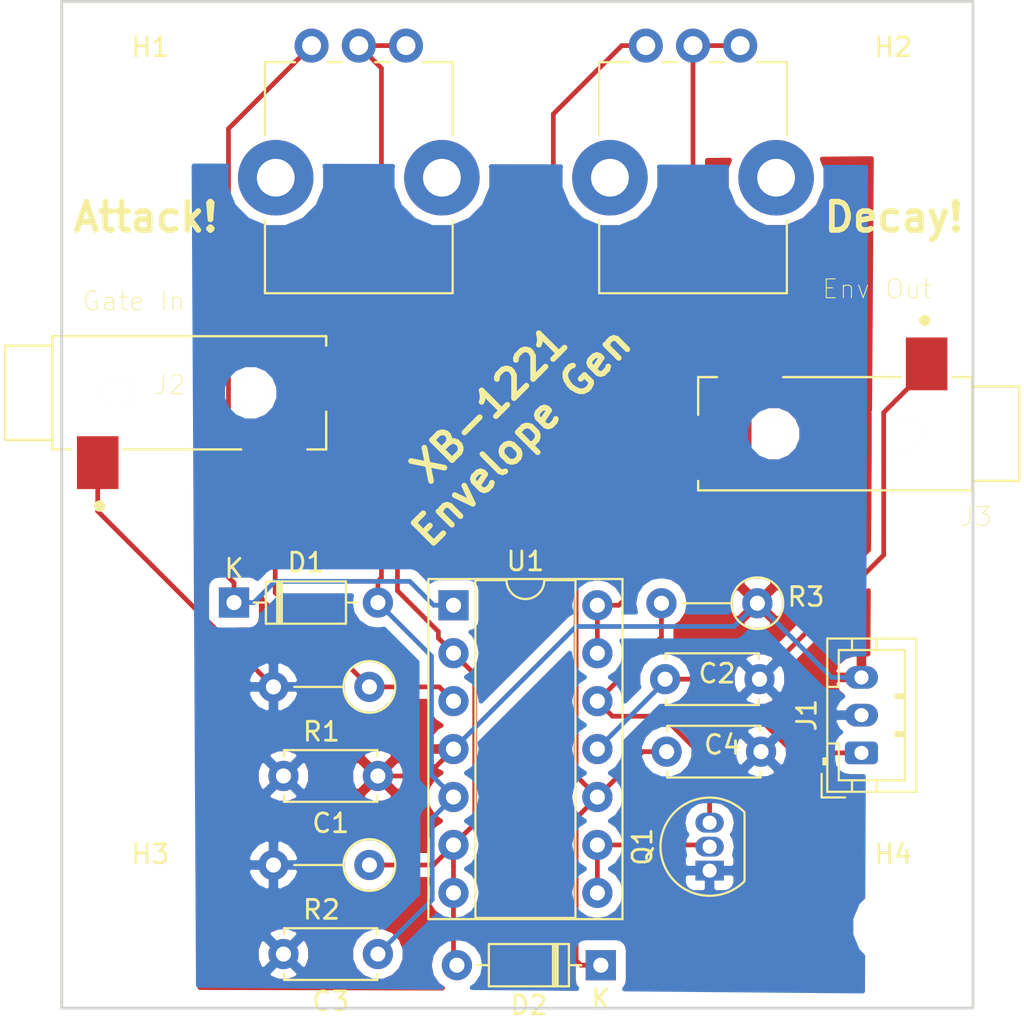
<source format=kicad_pcb>
(kicad_pcb (version 20171130) (host pcbnew "(5.1.0)-1")

  (general
    (thickness 1.6)
    (drawings 7)
    (tracks 97)
    (zones 0)
    (modules 20)
    (nets 14)
  )

  (page A4)
  (layers
    (0 F.Cu signal)
    (31 B.Cu signal)
    (32 B.Adhes user)
    (33 F.Adhes user)
    (34 B.Paste user)
    (35 F.Paste user)
    (36 B.SilkS user)
    (37 F.SilkS user)
    (38 B.Mask user)
    (39 F.Mask user)
    (40 Dwgs.User user)
    (41 Cmts.User user)
    (42 Eco1.User user)
    (43 Eco2.User user)
    (44 Edge.Cuts user)
    (45 Margin user)
    (46 B.CrtYd user)
    (47 F.CrtYd user)
    (48 B.Fab user)
    (49 F.Fab user hide)
  )

  (setup
    (last_trace_width 0.25)
    (trace_clearance 0.2)
    (zone_clearance 0.508)
    (zone_45_only no)
    (trace_min 0.2)
    (via_size 0.8)
    (via_drill 0.4)
    (via_min_size 0.4)
    (via_min_drill 0.3)
    (uvia_size 0.3)
    (uvia_drill 0.1)
    (uvias_allowed no)
    (uvia_min_size 0.2)
    (uvia_min_drill 0.1)
    (edge_width 0.15)
    (segment_width 0.2)
    (pcb_text_width 0.3)
    (pcb_text_size 1.5 1.5)
    (mod_edge_width 0.15)
    (mod_text_size 1 1)
    (mod_text_width 0.15)
    (pad_size 2.6 2.8)
    (pad_drill 0)
    (pad_to_mask_clearance 0.051)
    (solder_mask_min_width 0.25)
    (aux_axis_origin 0 0)
    (visible_elements 7FFFFFFF)
    (pcbplotparams
      (layerselection 0x010fc_ffffffff)
      (usegerberextensions false)
      (usegerberattributes false)
      (usegerberadvancedattributes false)
      (creategerberjobfile false)
      (excludeedgelayer true)
      (linewidth 0.100000)
      (plotframeref false)
      (viasonmask false)
      (mode 1)
      (useauxorigin false)
      (hpglpennumber 1)
      (hpglpenspeed 20)
      (hpglpendiameter 15.000000)
      (psnegative false)
      (psa4output false)
      (plotreference true)
      (plotvalue true)
      (plotinvisibletext false)
      (padsonsilk false)
      (subtractmaskfromsilk false)
      (outputformat 1)
      (mirror false)
      (drillshape 0)
      (scaleselection 1)
      (outputdirectory "envelope_gerbers/"))
  )

  (net 0 "")
  (net 1 +9V)
  (net 2 GND)
  (net 3 -9V)
  (net 4 "Net-(C3-Pad1)")
  (net 5 "Net-(C4-Pad1)")
  (net 6 "Net-(D1-Pad1)")
  (net 7 "Net-(D2-Pad2)")
  (net 8 "Net-(Q1-Pad2)")
  (net 9 "Net-(Q1-Pad3)")
  (net 10 Gate)
  (net 11 EG)
  (net 12 "Net-(J2-PadTN)")
  (net 13 "Net-(J3-PadTN)")

  (net_class Default "This is the default net class."
    (clearance 0.2)
    (trace_width 0.25)
    (via_dia 0.8)
    (via_drill 0.4)
    (uvia_dia 0.3)
    (uvia_drill 0.1)
    (add_net +9V)
    (add_net -9V)
    (add_net EG)
    (add_net GND)
    (add_net Gate)
    (add_net "Net-(C3-Pad1)")
    (add_net "Net-(C4-Pad1)")
    (add_net "Net-(D1-Pad1)")
    (add_net "Net-(D2-Pad2)")
    (add_net "Net-(J2-PadTN)")
    (add_net "Net-(J3-PadTN)")
    (add_net "Net-(Q1-Pad2)")
    (add_net "Net-(Q1-Pad3)")
  )

  (module MountingHole:MountingHole_3.2mm_M3_ISO7380 (layer F.Cu) (tedit 56D1B4CB) (tstamp 5C7C1E46)
    (at 169.12844 101.09708)
    (descr "Mounting Hole 3.2mm, no annular, M3, ISO7380")
    (tags "mounting hole 3.2mm no annular m3 iso7380")
    (path /5C71924A)
    (attr virtual)
    (fp_text reference H4 (at 0 -3.85) (layer F.SilkS)
      (effects (font (size 1 1) (thickness 0.15)))
    )
    (fp_text value MountingHole (at 0 3.85) (layer F.Fab)
      (effects (font (size 1 1) (thickness 0.15)))
    )
    (fp_text user %R (at 0.3 0) (layer F.Fab)
      (effects (font (size 1 1) (thickness 0.15)))
    )
    (fp_circle (center 0 0) (end 2.85 0) (layer Cmts.User) (width 0.15))
    (fp_circle (center 0 0) (end 3.1 0) (layer F.CrtYd) (width 0.05))
    (pad 1 np_thru_hole circle (at 0 0) (size 3.2 3.2) (drill 3.2) (layers *.Cu *.Mask))
  )

  (module MountingHole:MountingHole_3.2mm_M3_ISO7380 (layer F.Cu) (tedit 56D1B4CB) (tstamp 5C7C1E5E)
    (at 169.12844 58.33872)
    (descr "Mounting Hole 3.2mm, no annular, M3, ISO7380")
    (tags "mounting hole 3.2mm no annular m3 iso7380")
    (path /5C719206)
    (attr virtual)
    (fp_text reference H2 (at 0 -3.85) (layer F.SilkS)
      (effects (font (size 1 1) (thickness 0.15)))
    )
    (fp_text value MountingHole (at 0 3.85) (layer F.Fab)
      (effects (font (size 1 1) (thickness 0.15)))
    )
    (fp_circle (center 0 0) (end 3.1 0) (layer F.CrtYd) (width 0.05))
    (fp_circle (center 0 0) (end 2.85 0) (layer Cmts.User) (width 0.15))
    (fp_text user %R (at 0.3 0) (layer F.Fab)
      (effects (font (size 1 1) (thickness 0.15)))
    )
    (pad 1 np_thru_hole circle (at 0 0) (size 3.2 3.2) (drill 3.2) (layers *.Cu *.Mask))
  )

  (module MountingHole:MountingHole_3.2mm_M3_ISO7380 (layer F.Cu) (tedit 56D1B4CB) (tstamp 5C7C1E56)
    (at 129.794 101.09708)
    (descr "Mounting Hole 3.2mm, no annular, M3, ISO7380")
    (tags "mounting hole 3.2mm no annular m3 iso7380")
    (path /5C719290)
    (attr virtual)
    (fp_text reference H3 (at 0 -3.85) (layer F.SilkS)
      (effects (font (size 1 1) (thickness 0.15)))
    )
    (fp_text value MountingHole (at 0 3.85) (layer F.Fab)
      (effects (font (size 1 1) (thickness 0.15)))
    )
    (fp_text user %R (at 0.3 0) (layer F.Fab)
      (effects (font (size 1 1) (thickness 0.15)))
    )
    (fp_circle (center 0 0) (end 2.85 0) (layer Cmts.User) (width 0.15))
    (fp_circle (center 0 0) (end 3.1 0) (layer F.CrtYd) (width 0.05))
    (pad 1 np_thru_hole circle (at 0 0) (size 3.2 3.2) (drill 3.2) (layers *.Cu *.Mask))
  )

  (module MountingHole:MountingHole_3.2mm_M3_ISO7380 (layer F.Cu) (tedit 56D1B4CB) (tstamp 5C7C1E4E)
    (at 129.794 58.33872)
    (descr "Mounting Hole 3.2mm, no annular, M3, ISO7380")
    (tags "mounting hole 3.2mm no annular m3 iso7380")
    (path /5C7191C0)
    (attr virtual)
    (fp_text reference H1 (at 0 -3.85) (layer F.SilkS)
      (effects (font (size 1 1) (thickness 0.15)))
    )
    (fp_text value MountingHole (at 0 3.85) (layer F.Fab)
      (effects (font (size 1 1) (thickness 0.15)))
    )
    (fp_circle (center 0 0) (end 3.1 0) (layer F.CrtYd) (width 0.05))
    (fp_circle (center 0 0) (end 2.85 0) (layer Cmts.User) (width 0.15))
    (fp_text user %R (at 0.3 0) (layer F.Fab)
      (effects (font (size 1 1) (thickness 0.15)))
    )
    (pad 1 np_thru_hole circle (at 0 0) (size 3.2 3.2) (drill 3.2) (layers *.Cu *.Mask))
  )

  (module Capacitor_THT:C_Disc_D4.7mm_W2.5mm_P5.00mm (layer F.Cu) (tedit 5AE50EF0) (tstamp 5C7BFF53)
    (at 141.83868 93.10824 180)
    (descr "C, Disc series, Radial, pin pitch=5.00mm, , diameter*width=4.7*2.5mm^2, Capacitor, http://www.vishay.com/docs/45233/krseries.pdf")
    (tags "C Disc series Radial pin pitch 5.00mm  diameter 4.7mm width 2.5mm Capacitor")
    (path /5C709FD7)
    (fp_text reference C1 (at 2.5 -2.5 180) (layer F.SilkS)
      (effects (font (size 1 1) (thickness 0.15)))
    )
    (fp_text value 0.1uF (at 2.5 2.5 180) (layer F.Fab)
      (effects (font (size 1 1) (thickness 0.15)))
    )
    (fp_line (start 0.15 -1.25) (end 0.15 1.25) (layer F.Fab) (width 0.1))
    (fp_line (start 0.15 1.25) (end 4.85 1.25) (layer F.Fab) (width 0.1))
    (fp_line (start 4.85 1.25) (end 4.85 -1.25) (layer F.Fab) (width 0.1))
    (fp_line (start 4.85 -1.25) (end 0.15 -1.25) (layer F.Fab) (width 0.1))
    (fp_line (start 0.03 -1.37) (end 4.97 -1.37) (layer F.SilkS) (width 0.12))
    (fp_line (start 0.03 1.37) (end 4.97 1.37) (layer F.SilkS) (width 0.12))
    (fp_line (start 0.03 -1.37) (end 0.03 -1.055) (layer F.SilkS) (width 0.12))
    (fp_line (start 0.03 1.055) (end 0.03 1.37) (layer F.SilkS) (width 0.12))
    (fp_line (start 4.97 -1.37) (end 4.97 -1.055) (layer F.SilkS) (width 0.12))
    (fp_line (start 4.97 1.055) (end 4.97 1.37) (layer F.SilkS) (width 0.12))
    (fp_line (start -1.05 -1.5) (end -1.05 1.5) (layer F.CrtYd) (width 0.05))
    (fp_line (start -1.05 1.5) (end 6.05 1.5) (layer F.CrtYd) (width 0.05))
    (fp_line (start 6.05 1.5) (end 6.05 -1.5) (layer F.CrtYd) (width 0.05))
    (fp_line (start 6.05 -1.5) (end -1.05 -1.5) (layer F.CrtYd) (width 0.05))
    (fp_text user %R (at 2.5 0 180) (layer F.Fab)
      (effects (font (size 0.94 0.94) (thickness 0.141)))
    )
    (pad 1 thru_hole circle (at 0 0 180) (size 1.6 1.6) (drill 0.8) (layers *.Cu *.Mask)
      (net 1 +9V))
    (pad 2 thru_hole circle (at 5 0 180) (size 1.6 1.6) (drill 0.8) (layers *.Cu *.Mask)
      (net 2 GND))
    (model ${KISYS3DMOD}/Capacitor_THT.3dshapes/C_Disc_D4.7mm_W2.5mm_P5.00mm.wrl
      (at (xyz 0 0 0))
      (scale (xyz 1 1 1))
      (rotate (xyz 0 0 0))
    )
  )

  (module Capacitor_THT:C_Disc_D4.7mm_W2.5mm_P5.00mm (layer F.Cu) (tedit 5AE50EF0) (tstamp 5C7BFF68)
    (at 157.0482 87.98052)
    (descr "C, Disc series, Radial, pin pitch=5.00mm, , diameter*width=4.7*2.5mm^2, Capacitor, http://www.vishay.com/docs/45233/krseries.pdf")
    (tags "C Disc series Radial pin pitch 5.00mm  diameter 4.7mm width 2.5mm Capacitor")
    (path /5C70A0D0)
    (fp_text reference C2 (at 2.74828 -0.29972) (layer F.SilkS)
      (effects (font (size 1 1) (thickness 0.15)))
    )
    (fp_text value 0.1uF (at 2.5 2.5) (layer F.Fab)
      (effects (font (size 1 1) (thickness 0.15)))
    )
    (fp_text user %R (at 2.5 0) (layer F.Fab)
      (effects (font (size 0.94 0.94) (thickness 0.141)))
    )
    (fp_line (start 6.05 -1.5) (end -1.05 -1.5) (layer F.CrtYd) (width 0.05))
    (fp_line (start 6.05 1.5) (end 6.05 -1.5) (layer F.CrtYd) (width 0.05))
    (fp_line (start -1.05 1.5) (end 6.05 1.5) (layer F.CrtYd) (width 0.05))
    (fp_line (start -1.05 -1.5) (end -1.05 1.5) (layer F.CrtYd) (width 0.05))
    (fp_line (start 4.97 1.055) (end 4.97 1.37) (layer F.SilkS) (width 0.12))
    (fp_line (start 4.97 -1.37) (end 4.97 -1.055) (layer F.SilkS) (width 0.12))
    (fp_line (start 0.03 1.055) (end 0.03 1.37) (layer F.SilkS) (width 0.12))
    (fp_line (start 0.03 -1.37) (end 0.03 -1.055) (layer F.SilkS) (width 0.12))
    (fp_line (start 0.03 1.37) (end 4.97 1.37) (layer F.SilkS) (width 0.12))
    (fp_line (start 0.03 -1.37) (end 4.97 -1.37) (layer F.SilkS) (width 0.12))
    (fp_line (start 4.85 -1.25) (end 0.15 -1.25) (layer F.Fab) (width 0.1))
    (fp_line (start 4.85 1.25) (end 4.85 -1.25) (layer F.Fab) (width 0.1))
    (fp_line (start 0.15 1.25) (end 4.85 1.25) (layer F.Fab) (width 0.1))
    (fp_line (start 0.15 -1.25) (end 0.15 1.25) (layer F.Fab) (width 0.1))
    (pad 2 thru_hole circle (at 5 0) (size 1.6 1.6) (drill 0.8) (layers *.Cu *.Mask)
      (net 2 GND))
    (pad 1 thru_hole circle (at 0 0) (size 1.6 1.6) (drill 0.8) (layers *.Cu *.Mask)
      (net 3 -9V))
    (model ${KISYS3DMOD}/Capacitor_THT.3dshapes/C_Disc_D4.7mm_W2.5mm_P5.00mm.wrl
      (at (xyz 0 0 0))
      (scale (xyz 1 1 1))
      (rotate (xyz 0 0 0))
    )
  )

  (module Capacitor_THT:C_Disc_D4.7mm_W2.5mm_P5.00mm (layer F.Cu) (tedit 5AE50EF0) (tstamp 5C7BFF7D)
    (at 141.83868 102.54488 180)
    (descr "C, Disc series, Radial, pin pitch=5.00mm, , diameter*width=4.7*2.5mm^2, Capacitor, http://www.vishay.com/docs/45233/krseries.pdf")
    (tags "C Disc series Radial pin pitch 5.00mm  diameter 4.7mm width 2.5mm Capacitor")
    (path /5C701D4E)
    (fp_text reference C3 (at 2.5 -2.5 180) (layer F.SilkS)
      (effects (font (size 1 1) (thickness 0.15)))
    )
    (fp_text value 1uF (at 2.5 2.5 180) (layer F.Fab)
      (effects (font (size 1 1) (thickness 0.15)))
    )
    (fp_line (start 0.15 -1.25) (end 0.15 1.25) (layer F.Fab) (width 0.1))
    (fp_line (start 0.15 1.25) (end 4.85 1.25) (layer F.Fab) (width 0.1))
    (fp_line (start 4.85 1.25) (end 4.85 -1.25) (layer F.Fab) (width 0.1))
    (fp_line (start 4.85 -1.25) (end 0.15 -1.25) (layer F.Fab) (width 0.1))
    (fp_line (start 0.03 -1.37) (end 4.97 -1.37) (layer F.SilkS) (width 0.12))
    (fp_line (start 0.03 1.37) (end 4.97 1.37) (layer F.SilkS) (width 0.12))
    (fp_line (start 0.03 -1.37) (end 0.03 -1.055) (layer F.SilkS) (width 0.12))
    (fp_line (start 0.03 1.055) (end 0.03 1.37) (layer F.SilkS) (width 0.12))
    (fp_line (start 4.97 -1.37) (end 4.97 -1.055) (layer F.SilkS) (width 0.12))
    (fp_line (start 4.97 1.055) (end 4.97 1.37) (layer F.SilkS) (width 0.12))
    (fp_line (start -1.05 -1.5) (end -1.05 1.5) (layer F.CrtYd) (width 0.05))
    (fp_line (start -1.05 1.5) (end 6.05 1.5) (layer F.CrtYd) (width 0.05))
    (fp_line (start 6.05 1.5) (end 6.05 -1.5) (layer F.CrtYd) (width 0.05))
    (fp_line (start 6.05 -1.5) (end -1.05 -1.5) (layer F.CrtYd) (width 0.05))
    (fp_text user %R (at 2.5 0 180) (layer F.Fab)
      (effects (font (size 0.94 0.94) (thickness 0.141)))
    )
    (pad 1 thru_hole circle (at 0 0 180) (size 1.6 1.6) (drill 0.8) (layers *.Cu *.Mask)
      (net 4 "Net-(C3-Pad1)"))
    (pad 2 thru_hole circle (at 5 0 180) (size 1.6 1.6) (drill 0.8) (layers *.Cu *.Mask)
      (net 2 GND))
    (model ${KISYS3DMOD}/Capacitor_THT.3dshapes/C_Disc_D4.7mm_W2.5mm_P5.00mm.wrl
      (at (xyz 0 0 0))
      (scale (xyz 1 1 1))
      (rotate (xyz 0 0 0))
    )
  )

  (module Capacitor_THT:C_Disc_D4.7mm_W2.5mm_P5.00mm (layer F.Cu) (tedit 5AE50EF0) (tstamp 5C7BFF92)
    (at 157.12948 91.821)
    (descr "C, Disc series, Radial, pin pitch=5.00mm, , diameter*width=4.7*2.5mm^2, Capacitor, http://www.vishay.com/docs/45233/krseries.pdf")
    (tags "C Disc series Radial pin pitch 5.00mm  diameter 4.7mm width 2.5mm Capacitor")
    (path /5C70486B)
    (fp_text reference C4 (at 2.95656 -0.36576) (layer F.SilkS)
      (effects (font (size 1 1) (thickness 0.15)))
    )
    (fp_text value 1uF (at 2.5 2.5) (layer F.Fab)
      (effects (font (size 1 1) (thickness 0.15)))
    )
    (fp_text user %R (at 2.5 0) (layer F.Fab)
      (effects (font (size 0.94 0.94) (thickness 0.141)))
    )
    (fp_line (start 6.05 -1.5) (end -1.05 -1.5) (layer F.CrtYd) (width 0.05))
    (fp_line (start 6.05 1.5) (end 6.05 -1.5) (layer F.CrtYd) (width 0.05))
    (fp_line (start -1.05 1.5) (end 6.05 1.5) (layer F.CrtYd) (width 0.05))
    (fp_line (start -1.05 -1.5) (end -1.05 1.5) (layer F.CrtYd) (width 0.05))
    (fp_line (start 4.97 1.055) (end 4.97 1.37) (layer F.SilkS) (width 0.12))
    (fp_line (start 4.97 -1.37) (end 4.97 -1.055) (layer F.SilkS) (width 0.12))
    (fp_line (start 0.03 1.055) (end 0.03 1.37) (layer F.SilkS) (width 0.12))
    (fp_line (start 0.03 -1.37) (end 0.03 -1.055) (layer F.SilkS) (width 0.12))
    (fp_line (start 0.03 1.37) (end 4.97 1.37) (layer F.SilkS) (width 0.12))
    (fp_line (start 0.03 -1.37) (end 4.97 -1.37) (layer F.SilkS) (width 0.12))
    (fp_line (start 4.85 -1.25) (end 0.15 -1.25) (layer F.Fab) (width 0.1))
    (fp_line (start 4.85 1.25) (end 4.85 -1.25) (layer F.Fab) (width 0.1))
    (fp_line (start 0.15 1.25) (end 4.85 1.25) (layer F.Fab) (width 0.1))
    (fp_line (start 0.15 -1.25) (end 0.15 1.25) (layer F.Fab) (width 0.1))
    (pad 2 thru_hole circle (at 5 0) (size 1.6 1.6) (drill 0.8) (layers *.Cu *.Mask)
      (net 2 GND))
    (pad 1 thru_hole circle (at 0 0) (size 1.6 1.6) (drill 0.8) (layers *.Cu *.Mask)
      (net 5 "Net-(C4-Pad1)"))
    (model ${KISYS3DMOD}/Capacitor_THT.3dshapes/C_Disc_D4.7mm_W2.5mm_P5.00mm.wrl
      (at (xyz 0 0 0))
      (scale (xyz 1 1 1))
      (rotate (xyz 0 0 0))
    )
  )

  (module Diode_THT:D_DO-35_SOD27_P7.62mm_Horizontal (layer F.Cu) (tedit 5AE50CD5) (tstamp 5C7BFFB1)
    (at 134.21868 83.9216)
    (descr "Diode, DO-35_SOD27 series, Axial, Horizontal, pin pitch=7.62mm, , length*diameter=4*2mm^2, , http://www.diodes.com/_files/packages/DO-35.pdf")
    (tags "Diode DO-35_SOD27 series Axial Horizontal pin pitch 7.62mm  length 4mm diameter 2mm")
    (path /5C701F3C)
    (fp_text reference D1 (at 3.81 -2.12) (layer F.SilkS)
      (effects (font (size 1 1) (thickness 0.15)))
    )
    (fp_text value D_ALT (at 3.81 2.12) (layer F.Fab)
      (effects (font (size 1 1) (thickness 0.15)))
    )
    (fp_line (start 1.81 -1) (end 1.81 1) (layer F.Fab) (width 0.1))
    (fp_line (start 1.81 1) (end 5.81 1) (layer F.Fab) (width 0.1))
    (fp_line (start 5.81 1) (end 5.81 -1) (layer F.Fab) (width 0.1))
    (fp_line (start 5.81 -1) (end 1.81 -1) (layer F.Fab) (width 0.1))
    (fp_line (start 0 0) (end 1.81 0) (layer F.Fab) (width 0.1))
    (fp_line (start 7.62 0) (end 5.81 0) (layer F.Fab) (width 0.1))
    (fp_line (start 2.41 -1) (end 2.41 1) (layer F.Fab) (width 0.1))
    (fp_line (start 2.51 -1) (end 2.51 1) (layer F.Fab) (width 0.1))
    (fp_line (start 2.31 -1) (end 2.31 1) (layer F.Fab) (width 0.1))
    (fp_line (start 1.69 -1.12) (end 1.69 1.12) (layer F.SilkS) (width 0.12))
    (fp_line (start 1.69 1.12) (end 5.93 1.12) (layer F.SilkS) (width 0.12))
    (fp_line (start 5.93 1.12) (end 5.93 -1.12) (layer F.SilkS) (width 0.12))
    (fp_line (start 5.93 -1.12) (end 1.69 -1.12) (layer F.SilkS) (width 0.12))
    (fp_line (start 1.04 0) (end 1.69 0) (layer F.SilkS) (width 0.12))
    (fp_line (start 6.58 0) (end 5.93 0) (layer F.SilkS) (width 0.12))
    (fp_line (start 2.41 -1.12) (end 2.41 1.12) (layer F.SilkS) (width 0.12))
    (fp_line (start 2.53 -1.12) (end 2.53 1.12) (layer F.SilkS) (width 0.12))
    (fp_line (start 2.29 -1.12) (end 2.29 1.12) (layer F.SilkS) (width 0.12))
    (fp_line (start -1.05 -1.25) (end -1.05 1.25) (layer F.CrtYd) (width 0.05))
    (fp_line (start -1.05 1.25) (end 8.67 1.25) (layer F.CrtYd) (width 0.05))
    (fp_line (start 8.67 1.25) (end 8.67 -1.25) (layer F.CrtYd) (width 0.05))
    (fp_line (start 8.67 -1.25) (end -1.05 -1.25) (layer F.CrtYd) (width 0.05))
    (fp_text user %R (at 4.11 0) (layer F.Fab)
      (effects (font (size 0.8 0.8) (thickness 0.12)))
    )
    (fp_text user K (at 0 -1.8) (layer F.Fab)
      (effects (font (size 1 1) (thickness 0.15)))
    )
    (fp_text user K (at 0 -1.8) (layer F.SilkS)
      (effects (font (size 1 1) (thickness 0.15)))
    )
    (pad 1 thru_hole rect (at 0 0) (size 1.6 1.6) (drill 0.8) (layers *.Cu *.Mask)
      (net 6 "Net-(D1-Pad1)"))
    (pad 2 thru_hole oval (at 7.62 0) (size 1.6 1.6) (drill 0.8) (layers *.Cu *.Mask)
      (net 4 "Net-(C3-Pad1)"))
    (model ${KISYS3DMOD}/Diode_THT.3dshapes/D_DO-35_SOD27_P7.62mm_Horizontal.wrl
      (at (xyz 0 0 0))
      (scale (xyz 1 1 1))
      (rotate (xyz 0 0 0))
    )
  )

  (module Diode_THT:D_DO-35_SOD27_P7.62mm_Horizontal (layer F.Cu) (tedit 5AE50CD5) (tstamp 5C7BFFD0)
    (at 153.6446 103.13416 180)
    (descr "Diode, DO-35_SOD27 series, Axial, Horizontal, pin pitch=7.62mm, , length*diameter=4*2mm^2, , http://www.diodes.com/_files/packages/DO-35.pdf")
    (tags "Diode DO-35_SOD27 series Axial Horizontal pin pitch 7.62mm  length 4mm diameter 2mm")
    (path /5C702E34)
    (fp_text reference D2 (at 3.81 -2.12 180) (layer F.SilkS)
      (effects (font (size 1 1) (thickness 0.15)))
    )
    (fp_text value D_ALT (at 3.81 2.12 180) (layer F.Fab)
      (effects (font (size 1 1) (thickness 0.15)))
    )
    (fp_text user K (at 0 -1.8 180) (layer F.SilkS)
      (effects (font (size 1 1) (thickness 0.15)))
    )
    (fp_text user K (at 0 -1.8 180) (layer F.Fab)
      (effects (font (size 1 1) (thickness 0.15)))
    )
    (fp_text user %R (at 4.11 0 180) (layer F.Fab)
      (effects (font (size 0.8 0.8) (thickness 0.12)))
    )
    (fp_line (start 8.67 -1.25) (end -1.05 -1.25) (layer F.CrtYd) (width 0.05))
    (fp_line (start 8.67 1.25) (end 8.67 -1.25) (layer F.CrtYd) (width 0.05))
    (fp_line (start -1.05 1.25) (end 8.67 1.25) (layer F.CrtYd) (width 0.05))
    (fp_line (start -1.05 -1.25) (end -1.05 1.25) (layer F.CrtYd) (width 0.05))
    (fp_line (start 2.29 -1.12) (end 2.29 1.12) (layer F.SilkS) (width 0.12))
    (fp_line (start 2.53 -1.12) (end 2.53 1.12) (layer F.SilkS) (width 0.12))
    (fp_line (start 2.41 -1.12) (end 2.41 1.12) (layer F.SilkS) (width 0.12))
    (fp_line (start 6.58 0) (end 5.93 0) (layer F.SilkS) (width 0.12))
    (fp_line (start 1.04 0) (end 1.69 0) (layer F.SilkS) (width 0.12))
    (fp_line (start 5.93 -1.12) (end 1.69 -1.12) (layer F.SilkS) (width 0.12))
    (fp_line (start 5.93 1.12) (end 5.93 -1.12) (layer F.SilkS) (width 0.12))
    (fp_line (start 1.69 1.12) (end 5.93 1.12) (layer F.SilkS) (width 0.12))
    (fp_line (start 1.69 -1.12) (end 1.69 1.12) (layer F.SilkS) (width 0.12))
    (fp_line (start 2.31 -1) (end 2.31 1) (layer F.Fab) (width 0.1))
    (fp_line (start 2.51 -1) (end 2.51 1) (layer F.Fab) (width 0.1))
    (fp_line (start 2.41 -1) (end 2.41 1) (layer F.Fab) (width 0.1))
    (fp_line (start 7.62 0) (end 5.81 0) (layer F.Fab) (width 0.1))
    (fp_line (start 0 0) (end 1.81 0) (layer F.Fab) (width 0.1))
    (fp_line (start 5.81 -1) (end 1.81 -1) (layer F.Fab) (width 0.1))
    (fp_line (start 5.81 1) (end 5.81 -1) (layer F.Fab) (width 0.1))
    (fp_line (start 1.81 1) (end 5.81 1) (layer F.Fab) (width 0.1))
    (fp_line (start 1.81 -1) (end 1.81 1) (layer F.Fab) (width 0.1))
    (pad 2 thru_hole oval (at 7.62 0 180) (size 1.6 1.6) (drill 0.8) (layers *.Cu *.Mask)
      (net 7 "Net-(D2-Pad2)"))
    (pad 1 thru_hole rect (at 0 0 180) (size 1.6 1.6) (drill 0.8) (layers *.Cu *.Mask)
      (net 5 "Net-(C4-Pad1)"))
    (model ${KISYS3DMOD}/Diode_THT.3dshapes/D_DO-35_SOD27_P7.62mm_Horizontal.wrl
      (at (xyz 0 0 0))
      (scale (xyz 1 1 1))
      (rotate (xyz 0 0 0))
    )
  )

  (module Connector_JST:JST_PH_B3B-PH-K_1x03_P2.00mm_Vertical (layer F.Cu) (tedit 5B7745C2) (tstamp 5C7BFFFF)
    (at 167.44696 91.88704 90)
    (descr "JST PH series connector, B3B-PH-K (http://www.jst-mfg.com/product/pdf/eng/ePH.pdf), generated with kicad-footprint-generator")
    (tags "connector JST PH side entry")
    (path /5C70EA6B)
    (fp_text reference J1 (at 2 -2.9 90) (layer F.SilkS)
      (effects (font (size 1 1) (thickness 0.15)))
    )
    (fp_text value Power (at 2 4 90) (layer F.Fab)
      (effects (font (size 1 1) (thickness 0.15)))
    )
    (fp_line (start -2.06 -1.81) (end -2.06 2.91) (layer F.SilkS) (width 0.12))
    (fp_line (start -2.06 2.91) (end 6.06 2.91) (layer F.SilkS) (width 0.12))
    (fp_line (start 6.06 2.91) (end 6.06 -1.81) (layer F.SilkS) (width 0.12))
    (fp_line (start 6.06 -1.81) (end -2.06 -1.81) (layer F.SilkS) (width 0.12))
    (fp_line (start -0.3 -1.81) (end -0.3 -2.01) (layer F.SilkS) (width 0.12))
    (fp_line (start -0.3 -2.01) (end -0.6 -2.01) (layer F.SilkS) (width 0.12))
    (fp_line (start -0.6 -2.01) (end -0.6 -1.81) (layer F.SilkS) (width 0.12))
    (fp_line (start -0.3 -1.91) (end -0.6 -1.91) (layer F.SilkS) (width 0.12))
    (fp_line (start 0.5 -1.81) (end 0.5 -1.2) (layer F.SilkS) (width 0.12))
    (fp_line (start 0.5 -1.2) (end -1.45 -1.2) (layer F.SilkS) (width 0.12))
    (fp_line (start -1.45 -1.2) (end -1.45 2.3) (layer F.SilkS) (width 0.12))
    (fp_line (start -1.45 2.3) (end 5.45 2.3) (layer F.SilkS) (width 0.12))
    (fp_line (start 5.45 2.3) (end 5.45 -1.2) (layer F.SilkS) (width 0.12))
    (fp_line (start 5.45 -1.2) (end 3.5 -1.2) (layer F.SilkS) (width 0.12))
    (fp_line (start 3.5 -1.2) (end 3.5 -1.81) (layer F.SilkS) (width 0.12))
    (fp_line (start -2.06 -0.5) (end -1.45 -0.5) (layer F.SilkS) (width 0.12))
    (fp_line (start -2.06 0.8) (end -1.45 0.8) (layer F.SilkS) (width 0.12))
    (fp_line (start 6.06 -0.5) (end 5.45 -0.5) (layer F.SilkS) (width 0.12))
    (fp_line (start 6.06 0.8) (end 5.45 0.8) (layer F.SilkS) (width 0.12))
    (fp_line (start 0.9 2.3) (end 0.9 1.8) (layer F.SilkS) (width 0.12))
    (fp_line (start 0.9 1.8) (end 1.1 1.8) (layer F.SilkS) (width 0.12))
    (fp_line (start 1.1 1.8) (end 1.1 2.3) (layer F.SilkS) (width 0.12))
    (fp_line (start 1 2.3) (end 1 1.8) (layer F.SilkS) (width 0.12))
    (fp_line (start 2.9 2.3) (end 2.9 1.8) (layer F.SilkS) (width 0.12))
    (fp_line (start 2.9 1.8) (end 3.1 1.8) (layer F.SilkS) (width 0.12))
    (fp_line (start 3.1 1.8) (end 3.1 2.3) (layer F.SilkS) (width 0.12))
    (fp_line (start 3 2.3) (end 3 1.8) (layer F.SilkS) (width 0.12))
    (fp_line (start -1.11 -2.11) (end -2.36 -2.11) (layer F.SilkS) (width 0.12))
    (fp_line (start -2.36 -2.11) (end -2.36 -0.86) (layer F.SilkS) (width 0.12))
    (fp_line (start -1.11 -2.11) (end -2.36 -2.11) (layer F.Fab) (width 0.1))
    (fp_line (start -2.36 -2.11) (end -2.36 -0.86) (layer F.Fab) (width 0.1))
    (fp_line (start -1.95 -1.7) (end -1.95 2.8) (layer F.Fab) (width 0.1))
    (fp_line (start -1.95 2.8) (end 5.95 2.8) (layer F.Fab) (width 0.1))
    (fp_line (start 5.95 2.8) (end 5.95 -1.7) (layer F.Fab) (width 0.1))
    (fp_line (start 5.95 -1.7) (end -1.95 -1.7) (layer F.Fab) (width 0.1))
    (fp_line (start -2.45 -2.2) (end -2.45 3.3) (layer F.CrtYd) (width 0.05))
    (fp_line (start -2.45 3.3) (end 6.45 3.3) (layer F.CrtYd) (width 0.05))
    (fp_line (start 6.45 3.3) (end 6.45 -2.2) (layer F.CrtYd) (width 0.05))
    (fp_line (start 6.45 -2.2) (end -2.45 -2.2) (layer F.CrtYd) (width 0.05))
    (fp_text user %R (at 2 1.5 90) (layer F.Fab)
      (effects (font (size 1 1) (thickness 0.15)))
    )
    (pad 1 thru_hole roundrect (at 0 0 90) (size 1.2 1.75) (drill 0.75) (layers *.Cu *.Mask) (roundrect_rratio 0.208333)
      (net 3 -9V))
    (pad 2 thru_hole oval (at 2 0 90) (size 1.2 1.75) (drill 0.75) (layers *.Cu *.Mask)
      (net 2 GND))
    (pad 3 thru_hole oval (at 4 0 90) (size 1.2 1.75) (drill 0.75) (layers *.Cu *.Mask)
      (net 1 +9V))
    (model ${KISYS3DMOD}/Connector_JST.3dshapes/JST_PH_B3B-PH-K_1x03_P2.00mm_Vertical.wrl
      (at (xyz 0 0 0))
      (scale (xyz 1 1 1))
      (rotate (xyz 0 0 0))
    )
  )

  (module SJ2-3592B-SMT-TR:CUI_SJ2-3592B-SMT-TR (layer F.Cu) (tedit 5C6F8125) (tstamp 5C7C0021)
    (at 131.8514 72.8079)
    (path /5C713DCD)
    (attr smd)
    (fp_text reference J2 (at -1.0414 -0.4179) (layer F.SilkS)
      (effects (font (size 1.00194 1.00194) (thickness 0.05)))
    )
    (fp_text value "Gate In" (at -2.9464 -4.8629) (layer F.SilkS)
      (effects (font (size 1.00016 1.00016) (thickness 0.05)))
    )
    (fp_line (start -7.25 -3) (end 7.25 -3) (layer Dwgs.User) (width 0.127))
    (fp_line (start 7.25 -3) (end 7.25 3) (layer Dwgs.User) (width 0.127))
    (fp_line (start 7.25 3) (end -7.25 3) (layer Dwgs.User) (width 0.127))
    (fp_line (start -7.25 3) (end -7.25 2.5) (layer Dwgs.User) (width 0.127))
    (fp_line (start -7.25 2.5) (end -7.25 -2.5) (layer Dwgs.User) (width 0.127))
    (fp_line (start -7.25 -2.5) (end -7.25 -3) (layer Dwgs.User) (width 0.127))
    (fp_line (start -10 -3.25) (end 10.25 -3.25) (layer Eco1.User) (width 0.05))
    (fp_line (start 10.25 -3.25) (end 10.25 5.5) (layer Eco1.User) (width 0.05))
    (fp_line (start 10.25 5.5) (end -10 5.5) (layer Eco1.User) (width 0.05))
    (fp_line (start -10 5.5) (end -10 -3.25) (layer Eco1.User) (width 0.05))
    (fp_circle (center -4.75 6) (end -4.6 6) (layer F.SilkS) (width 0.3))
    (fp_line (start -7.25 -2.5) (end -9.75 -2.5) (layer Dwgs.User) (width 0.127))
    (fp_line (start -9.75 -2.5) (end -9.75 2.5) (layer Dwgs.User) (width 0.127))
    (fp_line (start -9.75 2.5) (end -7.25 2.5) (layer Dwgs.User) (width 0.127))
    (fp_line (start -7.25 -2.5) (end -9.75 -2.5) (layer F.SilkS) (width 0.127))
    (fp_line (start -9.75 -2.5) (end -9.75 2.5) (layer F.SilkS) (width 0.127))
    (fp_line (start -9.75 2.5) (end -7.25 2.5) (layer F.SilkS) (width 0.127))
    (fp_line (start -7.25 2.5) (end -7.25 3) (layer F.SilkS) (width 0.127))
    (fp_line (start -7.25 3) (end -6.25 3) (layer F.SilkS) (width 0.127))
    (fp_line (start -7.25 2.5) (end -7.25 -3) (layer F.SilkS) (width 0.127))
    (fp_line (start -7.25 -3) (end 7.25 -3) (layer F.SilkS) (width 0.127))
    (fp_line (start 7.25 -3) (end 7.25 -2.5) (layer F.SilkS) (width 0.127))
    (fp_line (start 7.25 1) (end 7.25 3) (layer F.SilkS) (width 0.127))
    (fp_line (start 7.25 3) (end 6.25 3) (layer F.SilkS) (width 0.127))
    (fp_line (start -3.5 3) (end 2.75 3) (layer F.SilkS) (width 0.127))
    (pad S smd rect (at -4.85 3.7) (size 2.2 2.8) (layers F.Cu F.Paste F.Mask)
      (net 2 GND))
    (pad T smd rect (at 4.55 3.7) (size 2.8 2.8) (layers F.Cu F.Paste F.Mask)
      (net 10 Gate))
    (pad TN smd rect (at 8.55 -0.75) (size 2.6 2.8) (layers F.Cu F.Paste F.Mask)
      (net 12 "Net-(J2-PadTN)"))
    (pad Hole np_thru_hole circle (at -3.75 0) (size 1.7 1.7) (drill 1.7) (layers *.Cu *.Mask F.SilkS))
    (pad Hole np_thru_hole circle (at 3.25 0) (size 1.7 1.7) (drill 1.7) (layers *.Cu *.Mask F.SilkS))
  )

  (module SJ2-3592B-SMT-TR:CUI_SJ2-3592B-SMT-TR (layer F.Cu) (tedit 5C6F8128) (tstamp 5C7C0043)
    (at 166.04996 74.97572 180)
    (path /5C713EBF)
    (attr smd)
    (fp_text reference J3 (at -7.47446 -4.39352 180) (layer F.SilkS)
      (effects (font (size 1.00194 1.00194) (thickness 0.05)))
    )
    (fp_text value "Env Out" (at -2.22504 7.66572 180) (layer F.SilkS)
      (effects (font (size 1.00016 1.00016) (thickness 0.05)))
    )
    (fp_line (start -3.5 3) (end 2.75 3) (layer F.SilkS) (width 0.127))
    (fp_line (start 7.25 3) (end 6.25 3) (layer F.SilkS) (width 0.127))
    (fp_line (start 7.25 1) (end 7.25 3) (layer F.SilkS) (width 0.127))
    (fp_line (start 7.25 -3) (end 7.25 -2.5) (layer F.SilkS) (width 0.127))
    (fp_line (start -7.25 -3) (end 7.25 -3) (layer F.SilkS) (width 0.127))
    (fp_line (start -7.25 2.5) (end -7.25 -3) (layer F.SilkS) (width 0.127))
    (fp_line (start -7.25 3) (end -6.25 3) (layer F.SilkS) (width 0.127))
    (fp_line (start -7.25 2.5) (end -7.25 3) (layer F.SilkS) (width 0.127))
    (fp_line (start -9.75 2.5) (end -7.25 2.5) (layer F.SilkS) (width 0.127))
    (fp_line (start -9.75 -2.5) (end -9.75 2.5) (layer F.SilkS) (width 0.127))
    (fp_line (start -7.25 -2.5) (end -9.75 -2.5) (layer F.SilkS) (width 0.127))
    (fp_line (start -9.75 2.5) (end -7.25 2.5) (layer Dwgs.User) (width 0.127))
    (fp_line (start -9.75 -2.5) (end -9.75 2.5) (layer Dwgs.User) (width 0.127))
    (fp_line (start -7.25 -2.5) (end -9.75 -2.5) (layer Dwgs.User) (width 0.127))
    (fp_circle (center -4.75 6) (end -4.6 6) (layer F.SilkS) (width 0.3))
    (fp_line (start -10 5.5) (end -10 -3.25) (layer Eco1.User) (width 0.05))
    (fp_line (start 10.25 5.5) (end -10 5.5) (layer Eco1.User) (width 0.05))
    (fp_line (start 10.25 -3.25) (end 10.25 5.5) (layer Eco1.User) (width 0.05))
    (fp_line (start -10 -3.25) (end 10.25 -3.25) (layer Eco1.User) (width 0.05))
    (fp_line (start -7.25 -2.5) (end -7.25 -3) (layer Dwgs.User) (width 0.127))
    (fp_line (start -7.25 2.5) (end -7.25 -2.5) (layer Dwgs.User) (width 0.127))
    (fp_line (start -7.25 3) (end -7.25 2.5) (layer Dwgs.User) (width 0.127))
    (fp_line (start 7.25 3) (end -7.25 3) (layer Dwgs.User) (width 0.127))
    (fp_line (start 7.25 -3) (end 7.25 3) (layer Dwgs.User) (width 0.127))
    (fp_line (start -7.25 -3) (end 7.25 -3) (layer Dwgs.User) (width 0.127))
    (pad Hole np_thru_hole circle (at 3.25 0 180) (size 1.7 1.7) (drill 1.7) (layers *.Cu *.Mask F.SilkS))
    (pad Hole np_thru_hole circle (at -3.75 0 180) (size 1.7 1.7) (drill 1.7) (layers *.Cu *.Mask F.SilkS))
    (pad TN smd rect (at 8.55 -0.75 180) (size 2.6 2.8) (layers F.Cu F.Paste F.Mask)
      (net 13 "Net-(J3-PadTN)"))
    (pad T smd rect (at 4.55 3.7 180) (size 2.8 2.8) (layers F.Cu F.Paste F.Mask)
      (net 11 EG))
    (pad S smd rect (at -4.85 3.7 180) (size 2.2 2.8) (layers F.Cu F.Paste F.Mask)
      (net 2 GND))
  )

  (module Package_TO_SOT_THT:TO-92_Inline (layer F.Cu) (tedit 5A1DD157) (tstamp 5C7C0055)
    (at 159.40532 98.12528 90)
    (descr "TO-92 leads in-line, narrow, oval pads, drill 0.75mm (see NXP sot054_po.pdf)")
    (tags "to-92 sc-43 sc-43a sot54 PA33 transistor")
    (path /5C705AF4)
    (fp_text reference Q1 (at 1.27 -3.56 90) (layer F.SilkS)
      (effects (font (size 1 1) (thickness 0.15)))
    )
    (fp_text value 2N3906 (at 1.27 2.79 90) (layer F.Fab)
      (effects (font (size 1 1) (thickness 0.15)))
    )
    (fp_text user %R (at 1.27 -3.56 90) (layer F.Fab)
      (effects (font (size 1 1) (thickness 0.15)))
    )
    (fp_line (start -0.53 1.85) (end 3.07 1.85) (layer F.SilkS) (width 0.12))
    (fp_line (start -0.5 1.75) (end 3 1.75) (layer F.Fab) (width 0.1))
    (fp_line (start -1.46 -2.73) (end 4 -2.73) (layer F.CrtYd) (width 0.05))
    (fp_line (start -1.46 -2.73) (end -1.46 2.01) (layer F.CrtYd) (width 0.05))
    (fp_line (start 4 2.01) (end 4 -2.73) (layer F.CrtYd) (width 0.05))
    (fp_line (start 4 2.01) (end -1.46 2.01) (layer F.CrtYd) (width 0.05))
    (fp_arc (start 1.27 0) (end 1.27 -2.48) (angle 135) (layer F.Fab) (width 0.1))
    (fp_arc (start 1.27 0) (end 1.27 -2.6) (angle -135) (layer F.SilkS) (width 0.12))
    (fp_arc (start 1.27 0) (end 1.27 -2.48) (angle -135) (layer F.Fab) (width 0.1))
    (fp_arc (start 1.27 0) (end 1.27 -2.6) (angle 135) (layer F.SilkS) (width 0.12))
    (pad 2 thru_hole oval (at 1.27 0 90) (size 1.05 1.5) (drill 0.75) (layers *.Cu *.Mask)
      (net 8 "Net-(Q1-Pad2)"))
    (pad 3 thru_hole oval (at 2.54 0 90) (size 1.05 1.5) (drill 0.75) (layers *.Cu *.Mask)
      (net 9 "Net-(Q1-Pad3)"))
    (pad 1 thru_hole rect (at 0 0 90) (size 1.05 1.5) (drill 0.75) (layers *.Cu *.Mask)
      (net 2 GND))
    (model ${KISYS3DMOD}/Package_TO_SOT_THT.3dshapes/TO-92_Inline.wrl
      (at (xyz 0 0 0))
      (scale (xyz 1 1 1))
      (rotate (xyz 0 0 0))
    )
  )

  (module Resistor_THT:R_Axial_DIN0207_L6.3mm_D2.5mm_P5.08mm_Vertical (layer F.Cu) (tedit 5AE5139B) (tstamp 5C7C0064)
    (at 141.38868 88.38992 180)
    (descr "Resistor, Axial_DIN0207 series, Axial, Vertical, pin pitch=5.08mm, 0.25W = 1/4W, length*diameter=6.3*2.5mm^2, http://cdn-reichelt.de/documents/datenblatt/B400/1_4W%23YAG.pdf")
    (tags "Resistor Axial_DIN0207 series Axial Vertical pin pitch 5.08mm 0.25W = 1/4W length 6.3mm diameter 2.5mm")
    (path /5C701D09)
    (fp_text reference R1 (at 2.54 -2.37 180) (layer F.SilkS)
      (effects (font (size 1 1) (thickness 0.15)))
    )
    (fp_text value 1M (at 2.54 2.37 180) (layer F.Fab)
      (effects (font (size 1 1) (thickness 0.15)))
    )
    (fp_circle (center 0 0) (end 1.25 0) (layer F.Fab) (width 0.1))
    (fp_circle (center 0 0) (end 1.37 0) (layer F.SilkS) (width 0.12))
    (fp_line (start 0 0) (end 5.08 0) (layer F.Fab) (width 0.1))
    (fp_line (start 1.37 0) (end 3.98 0) (layer F.SilkS) (width 0.12))
    (fp_line (start -1.5 -1.5) (end -1.5 1.5) (layer F.CrtYd) (width 0.05))
    (fp_line (start -1.5 1.5) (end 6.13 1.5) (layer F.CrtYd) (width 0.05))
    (fp_line (start 6.13 1.5) (end 6.13 -1.5) (layer F.CrtYd) (width 0.05))
    (fp_line (start 6.13 -1.5) (end -1.5 -1.5) (layer F.CrtYd) (width 0.05))
    (fp_text user %R (at 2.54 -2.37 180) (layer F.Fab)
      (effects (font (size 1 1) (thickness 0.15)))
    )
    (pad 1 thru_hole circle (at 0 0 180) (size 1.6 1.6) (drill 0.8) (layers *.Cu *.Mask)
      (net 10 Gate))
    (pad 2 thru_hole oval (at 5.08 0 180) (size 1.6 1.6) (drill 0.8) (layers *.Cu *.Mask)
      (net 2 GND))
    (model ${KISYS3DMOD}/Resistor_THT.3dshapes/R_Axial_DIN0207_L6.3mm_D2.5mm_P5.08mm_Vertical.wrl
      (at (xyz 0 0 0))
      (scale (xyz 1 1 1))
      (rotate (xyz 0 0 0))
    )
  )

  (module Resistor_THT:R_Axial_DIN0207_L6.3mm_D2.5mm_P5.08mm_Vertical (layer F.Cu) (tedit 5AE5139B) (tstamp 5C7C0073)
    (at 141.38868 97.82656 180)
    (descr "Resistor, Axial_DIN0207 series, Axial, Vertical, pin pitch=5.08mm, 0.25W = 1/4W, length*diameter=6.3*2.5mm^2, http://cdn-reichelt.de/documents/datenblatt/B400/1_4W%23YAG.pdf")
    (tags "Resistor Axial_DIN0207 series Axial Vertical pin pitch 5.08mm 0.25W = 1/4W length 6.3mm diameter 2.5mm")
    (path /5C703434)
    (fp_text reference R2 (at 2.54 -2.37 180) (layer F.SilkS)
      (effects (font (size 1 1) (thickness 0.15)))
    )
    (fp_text value 1M (at 2.54 2.37 180) (layer F.Fab)
      (effects (font (size 1 1) (thickness 0.15)))
    )
    (fp_text user %R (at 2.54 -2.37 180) (layer F.Fab)
      (effects (font (size 1 1) (thickness 0.15)))
    )
    (fp_line (start 6.13 -1.5) (end -1.5 -1.5) (layer F.CrtYd) (width 0.05))
    (fp_line (start 6.13 1.5) (end 6.13 -1.5) (layer F.CrtYd) (width 0.05))
    (fp_line (start -1.5 1.5) (end 6.13 1.5) (layer F.CrtYd) (width 0.05))
    (fp_line (start -1.5 -1.5) (end -1.5 1.5) (layer F.CrtYd) (width 0.05))
    (fp_line (start 1.37 0) (end 3.98 0) (layer F.SilkS) (width 0.12))
    (fp_line (start 0 0) (end 5.08 0) (layer F.Fab) (width 0.1))
    (fp_circle (center 0 0) (end 1.37 0) (layer F.SilkS) (width 0.12))
    (fp_circle (center 0 0) (end 1.25 0) (layer F.Fab) (width 0.1))
    (pad 2 thru_hole oval (at 5.08 0 180) (size 1.6 1.6) (drill 0.8) (layers *.Cu *.Mask)
      (net 2 GND))
    (pad 1 thru_hole circle (at 0 0 180) (size 1.6 1.6) (drill 0.8) (layers *.Cu *.Mask)
      (net 7 "Net-(D2-Pad2)"))
    (model ${KISYS3DMOD}/Resistor_THT.3dshapes/R_Axial_DIN0207_L6.3mm_D2.5mm_P5.08mm_Vertical.wrl
      (at (xyz 0 0 0))
      (scale (xyz 1 1 1))
      (rotate (xyz 0 0 0))
    )
  )

  (module Resistor_THT:R_Axial_DIN0207_L6.3mm_D2.5mm_P5.08mm_Vertical (layer F.Cu) (tedit 5AE5139B) (tstamp 5C7C0082)
    (at 161.93516 83.95716 180)
    (descr "Resistor, Axial_DIN0207 series, Axial, Vertical, pin pitch=5.08mm, 0.25W = 1/4W, length*diameter=6.3*2.5mm^2, http://cdn-reichelt.de/documents/datenblatt/B400/1_4W%23YAG.pdf")
    (tags "Resistor Axial_DIN0207 series Axial Vertical pin pitch 5.08mm 0.25W = 1/4W length 6.3mm diameter 2.5mm")
    (path /5C706A13)
    (fp_text reference R3 (at -2.57556 0.33528 180) (layer F.SilkS)
      (effects (font (size 1 1) (thickness 0.15)))
    )
    (fp_text value 100K (at 2.54 2.37 180) (layer F.Fab)
      (effects (font (size 1 1) (thickness 0.15)))
    )
    (fp_circle (center 0 0) (end 1.25 0) (layer F.Fab) (width 0.1))
    (fp_circle (center 0 0) (end 1.37 0) (layer F.SilkS) (width 0.12))
    (fp_line (start 0 0) (end 5.08 0) (layer F.Fab) (width 0.1))
    (fp_line (start 1.37 0) (end 3.98 0) (layer F.SilkS) (width 0.12))
    (fp_line (start -1.5 -1.5) (end -1.5 1.5) (layer F.CrtYd) (width 0.05))
    (fp_line (start -1.5 1.5) (end 6.13 1.5) (layer F.CrtYd) (width 0.05))
    (fp_line (start 6.13 1.5) (end 6.13 -1.5) (layer F.CrtYd) (width 0.05))
    (fp_line (start 6.13 -1.5) (end -1.5 -1.5) (layer F.CrtYd) (width 0.05))
    (fp_text user %R (at 2.54 -2.37 180) (layer F.Fab)
      (effects (font (size 1 1) (thickness 0.15)))
    )
    (pad 1 thru_hole circle (at 0 0 180) (size 1.6 1.6) (drill 0.8) (layers *.Cu *.Mask)
      (net 1 +9V))
    (pad 2 thru_hole oval (at 5.08 0 180) (size 1.6 1.6) (drill 0.8) (layers *.Cu *.Mask)
      (net 9 "Net-(Q1-Pad3)"))
    (model ${KISYS3DMOD}/Resistor_THT.3dshapes/R_Axial_DIN0207_L6.3mm_D2.5mm_P5.08mm_Vertical.wrl
      (at (xyz 0 0 0))
      (scale (xyz 1 1 1))
      (rotate (xyz 0 0 0))
    )
  )

  (module Potentiometer_THT:Potentiometer_Bourns_PTV09A-1_Single_Vertical (layer F.Cu) (tedit 5C6F884E) (tstamp 5C7C009E)
    (at 138.3284 54.41188 270)
    (descr "Potentiometer, vertical, Bourns PTV09A-1 Single, http://www.bourns.com/docs/Product-Datasheets/ptv09.pdf")
    (tags "Potentiometer vertical Bourns PTV09A-1 Single")
    (path /5C701EB4)
    (fp_text reference RV1 (at 6.05 -10.15 270) (layer F.SilkS) hide
      (effects (font (size 1 1) (thickness 0.15)))
    )
    (fp_text value "1M Attack" (at 6.05 5.15 270) (layer F.Fab)
      (effects (font (size 1 1) (thickness 0.15)))
    )
    (fp_circle (center 7.5 -2.5) (end 10.5 -2.5) (layer F.Fab) (width 0.1))
    (fp_line (start 1 -7.35) (end 1 2.35) (layer F.Fab) (width 0.1))
    (fp_line (start 1 2.35) (end 13 2.35) (layer F.Fab) (width 0.1))
    (fp_line (start 13 2.35) (end 13 -7.35) (layer F.Fab) (width 0.1))
    (fp_line (start 13 -7.35) (end 1 -7.35) (layer F.Fab) (width 0.1))
    (fp_line (start 0.88 -7.47) (end 4.745 -7.47) (layer F.SilkS) (width 0.12))
    (fp_line (start 9.255 -7.47) (end 13.12 -7.47) (layer F.SilkS) (width 0.12))
    (fp_line (start 0.88 2.47) (end 4.745 2.47) (layer F.SilkS) (width 0.12))
    (fp_line (start 9.255 2.47) (end 13.12 2.47) (layer F.SilkS) (width 0.12))
    (fp_line (start 0.88 -7.47) (end 0.88 -5.871) (layer F.SilkS) (width 0.12))
    (fp_line (start 0.88 -4.129) (end 0.88 -3.37) (layer F.SilkS) (width 0.12))
    (fp_line (start 0.88 -1.629) (end 0.88 -0.87) (layer F.SilkS) (width 0.12))
    (fp_line (start 0.88 0.87) (end 0.88 2.47) (layer F.SilkS) (width 0.12))
    (fp_line (start 13.12 -7.47) (end 13.12 2.47) (layer F.SilkS) (width 0.12))
    (fp_line (start -1.15 -9.15) (end -1.15 4.15) (layer F.CrtYd) (width 0.05))
    (fp_line (start -1.15 4.15) (end 13.25 4.15) (layer F.CrtYd) (width 0.05))
    (fp_line (start 13.25 4.15) (end 13.25 -9.15) (layer F.CrtYd) (width 0.05))
    (fp_line (start 13.25 -9.15) (end -1.15 -9.15) (layer F.CrtYd) (width 0.05))
    (fp_text user %R (at 2 -2.5) (layer F.Fab)
      (effects (font (size 1 1) (thickness 0.15)))
    )
    (pad 3 thru_hole circle (at 0 -5 270) (size 1.8 1.8) (drill 1) (layers *.Cu *.Mask)
      (net 4 "Net-(C3-Pad1)"))
    (pad 2 thru_hole circle (at 0 -2.5 270) (size 1.8 1.8) (drill 1) (layers *.Cu *.Mask)
      (net 4 "Net-(C3-Pad1)"))
    (pad 1 thru_hole circle (at 0 0 270) (size 1.8 1.8) (drill 1) (layers *.Cu *.Mask)
      (net 6 "Net-(D1-Pad1)"))
    (pad "" np_thru_hole circle (at 7 -6.9 270) (size 4 4) (drill 2) (layers *.Cu *.Mask))
    (pad "" np_thru_hole circle (at 7 1.9 270) (size 4 4) (drill 2) (layers *.Cu *.Mask))
    (model ${KISYS3DMOD}/Potentiometer_THT.3dshapes/Potentiometer_Bourns_PTV09A-1_Single_Vertical.wrl
      (at (xyz 0 0 0))
      (scale (xyz 1 1 1))
      (rotate (xyz 0 0 0))
    )
  )

  (module Potentiometer_THT:Potentiometer_Bourns_PTV09A-1_Single_Vertical (layer F.Cu) (tedit 5C6F8854) (tstamp 5C7C00BA)
    (at 156.02712 54.41188 270)
    (descr "Potentiometer, vertical, Bourns PTV09A-1 Single, http://www.bourns.com/docs/Product-Datasheets/ptv09.pdf")
    (tags "Potentiometer vertical Bourns PTV09A-1 Single")
    (path /5C702DC8)
    (fp_text reference RV2 (at 6.05 -10.15 270) (layer F.SilkS) hide
      (effects (font (size 1 1) (thickness 0.15)))
    )
    (fp_text value "1M Decay" (at 6.05 5.15 270) (layer F.Fab)
      (effects (font (size 1 1) (thickness 0.15)))
    )
    (fp_text user %R (at 2 -2.5) (layer F.Fab)
      (effects (font (size 1 1) (thickness 0.15)))
    )
    (fp_line (start 13.25 -9.15) (end -1.15 -9.15) (layer F.CrtYd) (width 0.05))
    (fp_line (start 13.25 4.15) (end 13.25 -9.15) (layer F.CrtYd) (width 0.05))
    (fp_line (start -1.15 4.15) (end 13.25 4.15) (layer F.CrtYd) (width 0.05))
    (fp_line (start -1.15 -9.15) (end -1.15 4.15) (layer F.CrtYd) (width 0.05))
    (fp_line (start 13.12 -7.47) (end 13.12 2.47) (layer F.SilkS) (width 0.12))
    (fp_line (start 0.88 0.87) (end 0.88 2.47) (layer F.SilkS) (width 0.12))
    (fp_line (start 0.88 -1.629) (end 0.88 -0.87) (layer F.SilkS) (width 0.12))
    (fp_line (start 0.88 -4.129) (end 0.88 -3.37) (layer F.SilkS) (width 0.12))
    (fp_line (start 0.88 -7.47) (end 0.88 -5.871) (layer F.SilkS) (width 0.12))
    (fp_line (start 9.255 2.47) (end 13.12 2.47) (layer F.SilkS) (width 0.12))
    (fp_line (start 0.88 2.47) (end 4.745 2.47) (layer F.SilkS) (width 0.12))
    (fp_line (start 9.255 -7.47) (end 13.12 -7.47) (layer F.SilkS) (width 0.12))
    (fp_line (start 0.88 -7.47) (end 4.745 -7.47) (layer F.SilkS) (width 0.12))
    (fp_line (start 13 -7.35) (end 1 -7.35) (layer F.Fab) (width 0.1))
    (fp_line (start 13 2.35) (end 13 -7.35) (layer F.Fab) (width 0.1))
    (fp_line (start 1 2.35) (end 13 2.35) (layer F.Fab) (width 0.1))
    (fp_line (start 1 -7.35) (end 1 2.35) (layer F.Fab) (width 0.1))
    (fp_circle (center 7.5 -2.5) (end 10.5 -2.5) (layer F.Fab) (width 0.1))
    (pad "" np_thru_hole circle (at 7 1.9 270) (size 4 4) (drill 2) (layers *.Cu *.Mask))
    (pad "" np_thru_hole circle (at 7 -6.9 270) (size 4 4) (drill 2) (layers *.Cu *.Mask))
    (pad 1 thru_hole circle (at 0 0 270) (size 1.8 1.8) (drill 1) (layers *.Cu *.Mask)
      (net 7 "Net-(D2-Pad2)"))
    (pad 2 thru_hole circle (at 0 -2.5 270) (size 1.8 1.8) (drill 1) (layers *.Cu *.Mask)
      (net 5 "Net-(C4-Pad1)"))
    (pad 3 thru_hole circle (at 0 -5 270) (size 1.8 1.8) (drill 1) (layers *.Cu *.Mask)
      (net 5 "Net-(C4-Pad1)"))
    (model ${KISYS3DMOD}/Potentiometer_THT.3dshapes/Potentiometer_Bourns_PTV09A-1_Single_Vertical.wrl
      (at (xyz 0 0 0))
      (scale (xyz 1 1 1))
      (rotate (xyz 0 0 0))
    )
  )

  (module Package_DIP:DIP-14_W7.62mm_Socket (layer F.Cu) (tedit 5A02E8C5) (tstamp 5C7C00E4)
    (at 145.84172 84.06384)
    (descr "14-lead though-hole mounted DIP package, row spacing 7.62 mm (300 mils), Socket")
    (tags "THT DIP DIL PDIP 2.54mm 7.62mm 300mil Socket")
    (path /5C701887)
    (fp_text reference U1 (at 3.81 -2.33) (layer F.SilkS)
      (effects (font (size 1 1) (thickness 0.15)))
    )
    (fp_text value TL074 (at 3.81 17.57) (layer F.Fab)
      (effects (font (size 1 1) (thickness 0.15)))
    )
    (fp_arc (start 3.81 -1.33) (end 2.81 -1.33) (angle -180) (layer F.SilkS) (width 0.12))
    (fp_line (start 1.635 -1.27) (end 6.985 -1.27) (layer F.Fab) (width 0.1))
    (fp_line (start 6.985 -1.27) (end 6.985 16.51) (layer F.Fab) (width 0.1))
    (fp_line (start 6.985 16.51) (end 0.635 16.51) (layer F.Fab) (width 0.1))
    (fp_line (start 0.635 16.51) (end 0.635 -0.27) (layer F.Fab) (width 0.1))
    (fp_line (start 0.635 -0.27) (end 1.635 -1.27) (layer F.Fab) (width 0.1))
    (fp_line (start -1.27 -1.33) (end -1.27 16.57) (layer F.Fab) (width 0.1))
    (fp_line (start -1.27 16.57) (end 8.89 16.57) (layer F.Fab) (width 0.1))
    (fp_line (start 8.89 16.57) (end 8.89 -1.33) (layer F.Fab) (width 0.1))
    (fp_line (start 8.89 -1.33) (end -1.27 -1.33) (layer F.Fab) (width 0.1))
    (fp_line (start 2.81 -1.33) (end 1.16 -1.33) (layer F.SilkS) (width 0.12))
    (fp_line (start 1.16 -1.33) (end 1.16 16.57) (layer F.SilkS) (width 0.12))
    (fp_line (start 1.16 16.57) (end 6.46 16.57) (layer F.SilkS) (width 0.12))
    (fp_line (start 6.46 16.57) (end 6.46 -1.33) (layer F.SilkS) (width 0.12))
    (fp_line (start 6.46 -1.33) (end 4.81 -1.33) (layer F.SilkS) (width 0.12))
    (fp_line (start -1.33 -1.39) (end -1.33 16.63) (layer F.SilkS) (width 0.12))
    (fp_line (start -1.33 16.63) (end 8.95 16.63) (layer F.SilkS) (width 0.12))
    (fp_line (start 8.95 16.63) (end 8.95 -1.39) (layer F.SilkS) (width 0.12))
    (fp_line (start 8.95 -1.39) (end -1.33 -1.39) (layer F.SilkS) (width 0.12))
    (fp_line (start -1.55 -1.6) (end -1.55 16.85) (layer F.CrtYd) (width 0.05))
    (fp_line (start -1.55 16.85) (end 9.15 16.85) (layer F.CrtYd) (width 0.05))
    (fp_line (start 9.15 16.85) (end 9.15 -1.6) (layer F.CrtYd) (width 0.05))
    (fp_line (start 9.15 -1.6) (end -1.55 -1.6) (layer F.CrtYd) (width 0.05))
    (fp_text user %R (at 3.81 7.62) (layer F.Fab)
      (effects (font (size 1 1) (thickness 0.15)))
    )
    (pad 1 thru_hole rect (at 0 0) (size 1.6 1.6) (drill 0.8) (layers *.Cu *.Mask)
      (net 6 "Net-(D1-Pad1)"))
    (pad 8 thru_hole oval (at 7.62 15.24) (size 1.6 1.6) (drill 0.8) (layers *.Cu *.Mask)
      (net 8 "Net-(Q1-Pad2)"))
    (pad 2 thru_hole oval (at 0 2.54) (size 1.6 1.6) (drill 0.8) (layers *.Cu *.Mask)
      (net 7 "Net-(D2-Pad2)"))
    (pad 9 thru_hole oval (at 7.62 12.7) (size 1.6 1.6) (drill 0.8) (layers *.Cu *.Mask)
      (net 8 "Net-(Q1-Pad2)"))
    (pad 3 thru_hole oval (at 0 5.08) (size 1.6 1.6) (drill 0.8) (layers *.Cu *.Mask)
      (net 10 Gate))
    (pad 10 thru_hole oval (at 7.62 10.16) (size 1.6 1.6) (drill 0.8) (layers *.Cu *.Mask)
      (net 5 "Net-(C4-Pad1)"))
    (pad 4 thru_hole oval (at 0 7.62) (size 1.6 1.6) (drill 0.8) (layers *.Cu *.Mask)
      (net 1 +9V))
    (pad 11 thru_hole oval (at 7.62 7.62) (size 1.6 1.6) (drill 0.8) (layers *.Cu *.Mask)
      (net 3 -9V))
    (pad 5 thru_hole oval (at 0 10.16) (size 1.6 1.6) (drill 0.8) (layers *.Cu *.Mask)
      (net 4 "Net-(C3-Pad1)"))
    (pad 12 thru_hole oval (at 7.62 5.08) (size 1.6 1.6) (drill 0.8) (layers *.Cu *.Mask)
      (net 9 "Net-(Q1-Pad3)"))
    (pad 6 thru_hole oval (at 0 12.7) (size 1.6 1.6) (drill 0.8) (layers *.Cu *.Mask)
      (net 7 "Net-(D2-Pad2)"))
    (pad 13 thru_hole oval (at 7.62 2.54) (size 1.6 1.6) (drill 0.8) (layers *.Cu *.Mask)
      (net 11 EG))
    (pad 7 thru_hole oval (at 0 15.24) (size 1.6 1.6) (drill 0.8) (layers *.Cu *.Mask)
      (net 7 "Net-(D2-Pad2)"))
    (pad 14 thru_hole oval (at 7.62 0) (size 1.6 1.6) (drill 0.8) (layers *.Cu *.Mask)
      (net 11 EG))
    (model ${KISYS3DMOD}/Package_DIP.3dshapes/DIP-14_W7.62mm_Socket.wrl
      (at (xyz 0 0 0))
      (scale (xyz 1 1 1))
      (rotate (xyz 0 0 0))
    )
  )

  (gr_text "XB-1221\nEnvelope Gen" (at 148.59 74.295 45) (layer F.SilkS)
    (effects (font (size 1.5 1.5) (thickness 0.3)))
  )
  (gr_text Decay! (at 169.164 63.5) (layer F.SilkS)
    (effects (font (size 1.5 1.5) (thickness 0.3)))
  )
  (gr_text Attack! (at 129.54 63.5) (layer F.SilkS)
    (effects (font (size 1.5 1.5) (thickness 0.3)))
  )
  (gr_line (start 125.095 105.41) (end 125.095 52.07) (layer Edge.Cuts) (width 0.15))
  (gr_line (start 173.355 105.41) (end 125.095 105.41) (layer Edge.Cuts) (width 0.15))
  (gr_line (start 173.355 52.07) (end 173.355 105.41) (layer Edge.Cuts) (width 0.15))
  (gr_line (start 125.095 52.07) (end 173.355 52.07) (layer Edge.Cuts) (width 0.15))

  (segment (start 144.41732 93.10824) (end 145.84172 91.68384) (width 0.25) (layer F.Cu) (net 1))
  (segment (start 141.83868 93.10824) (end 144.41732 93.10824) (width 0.25) (layer F.Cu) (net 1))
  (segment (start 165.86504 87.88704) (end 161.93516 83.95716) (width 0.25) (layer B.Cu) (net 1))
  (segment (start 167.44696 87.88704) (end 165.86504 87.88704) (width 0.25) (layer B.Cu) (net 1))
  (segment (start 161.135161 84.757159) (end 161.93516 83.95716) (width 0.25) (layer B.Cu) (net 1))
  (segment (start 160.703479 85.188841) (end 161.135161 84.757159) (width 0.25) (layer B.Cu) (net 1))
  (segment (start 152.336719 85.188841) (end 160.703479 85.188841) (width 0.25) (layer B.Cu) (net 1))
  (segment (start 145.84172 91.68384) (end 152.336719 85.188841) (width 0.25) (layer B.Cu) (net 1))
  (segment (start 127.0014 79.08264) (end 136.30868 88.38992) (width 0.25) (layer F.Cu) (net 2))
  (segment (start 127.0014 76.5079) (end 127.0014 79.08264) (width 0.25) (layer F.Cu) (net 2))
  (segment (start 170.89996 71.57572) (end 170.89996 71.27572) (width 0.25) (layer F.Cu) (net 2))
  (segment (start 168.624959 73.850721) (end 170.89996 71.57572) (width 0.25) (layer F.Cu) (net 2))
  (segment (start 168.624959 81.403761) (end 168.624959 73.850721) (width 0.25) (layer F.Cu) (net 2))
  (segment (start 162.0482 87.98052) (end 168.624959 81.403761) (width 0.25) (layer F.Cu) (net 2))
  (segment (start 157.0482 88.09736) (end 157.0482 87.98052) (width 0.25) (layer B.Cu) (net 3))
  (segment (start 153.46172 91.68384) (end 157.0482 88.09736) (width 0.25) (layer B.Cu) (net 3))
  (segment (start 166.47196 91.88704) (end 167.44696 91.88704) (width 0.25) (layer F.Cu) (net 3))
  (segment (start 163.860522 91.88704) (end 166.47196 91.88704) (width 0.25) (layer F.Cu) (net 3))
  (segment (start 159.954002 87.98052) (end 163.860522 91.88704) (width 0.25) (layer F.Cu) (net 3))
  (segment (start 157.0482 87.98052) (end 159.954002 87.98052) (width 0.25) (layer F.Cu) (net 3))
  (segment (start 141.728399 55.311879) (end 140.8284 54.41188) (width 0.25) (layer F.Cu) (net 4))
  (segment (start 142.026401 55.609881) (end 141.728399 55.311879) (width 0.25) (layer F.Cu) (net 4))
  (segment (start 142.026401 82.602509) (end 142.026401 55.609881) (width 0.25) (layer F.Cu) (net 4))
  (segment (start 141.83868 82.79023) (end 142.026401 82.602509) (width 0.25) (layer F.Cu) (net 4))
  (segment (start 141.83868 83.9216) (end 141.83868 82.79023) (width 0.25) (layer F.Cu) (net 4))
  (segment (start 142.101192 54.41188) (end 143.3284 54.41188) (width 0.25) (layer F.Cu) (net 4))
  (segment (start 140.8284 54.41188) (end 142.101192 54.41188) (width 0.25) (layer F.Cu) (net 4))
  (segment (start 145.041721 93.423841) (end 145.84172 94.22384) (width 0.25) (layer B.Cu) (net 4))
  (segment (start 144.6784 93.06052) (end 145.041721 93.423841) (width 0.25) (layer B.Cu) (net 4))
  (segment (start 144.6784 86.76132) (end 144.6784 93.06052) (width 0.25) (layer B.Cu) (net 4))
  (segment (start 141.83868 83.9216) (end 144.6784 86.76132) (width 0.25) (layer B.Cu) (net 4))
  (segment (start 142.638679 101.744881) (end 141.83868 102.54488) (width 0.25) (layer B.Cu) (net 4))
  (segment (start 144.716719 99.666841) (end 142.638679 101.744881) (width 0.25) (layer B.Cu) (net 4))
  (segment (start 144.716719 95.348841) (end 144.716719 99.666841) (width 0.25) (layer B.Cu) (net 4))
  (segment (start 145.84172 94.22384) (end 144.716719 95.348841) (width 0.25) (layer B.Cu) (net 4))
  (segment (start 155.86456 91.821) (end 157.12948 91.821) (width 0.25) (layer F.Cu) (net 5))
  (segment (start 153.46172 94.22384) (end 155.86456 91.821) (width 0.25) (layer F.Cu) (net 5))
  (segment (start 152.661721 95.023839) (end 153.46172 94.22384) (width 0.25) (layer F.Cu) (net 5))
  (segment (start 152.336719 95.348841) (end 152.661721 95.023839) (width 0.25) (layer F.Cu) (net 5))
  (segment (start 152.336719 102.876279) (end 152.336719 95.348841) (width 0.25) (layer F.Cu) (net 5))
  (segment (start 152.5946 103.13416) (end 152.336719 102.876279) (width 0.25) (layer F.Cu) (net 5))
  (segment (start 153.6446 103.13416) (end 152.5946 103.13416) (width 0.25) (layer F.Cu) (net 5))
  (segment (start 152.661721 93.423841) (end 153.46172 94.22384) (width 0.25) (layer F.Cu) (net 5))
  (segment (start 152.336719 93.098839) (end 152.661721 93.423841) (width 0.25) (layer F.Cu) (net 5))
  (segment (start 152.336719 77.603959) (end 152.336719 93.098839) (width 0.25) (layer F.Cu) (net 5))
  (segment (start 158.52712 71.413558) (end 152.336719 77.603959) (width 0.25) (layer F.Cu) (net 5))
  (segment (start 158.52712 54.41188) (end 158.52712 71.413558) (width 0.25) (layer F.Cu) (net 5))
  (segment (start 159.799912 54.41188) (end 161.02712 54.41188) (width 0.25) (layer F.Cu) (net 5))
  (segment (start 158.52712 54.41188) (end 159.799912 54.41188) (width 0.25) (layer F.Cu) (net 5))
  (segment (start 137.428401 55.311879) (end 138.3284 54.41188) (width 0.25) (layer F.Cu) (net 6))
  (segment (start 133.926399 58.813881) (end 137.428401 55.311879) (width 0.25) (layer F.Cu) (net 6))
  (segment (start 133.926399 82.579319) (end 133.926399 58.813881) (width 0.25) (layer F.Cu) (net 6))
  (segment (start 134.21868 82.8716) (end 133.926399 82.579319) (width 0.25) (layer F.Cu) (net 6))
  (segment (start 134.21868 83.9216) (end 134.21868 82.8716) (width 0.25) (layer F.Cu) (net 6))
  (segment (start 144.79172 84.06384) (end 145.84172 84.06384) (width 0.25) (layer B.Cu) (net 6))
  (segment (start 143.524479 82.796599) (end 144.79172 84.06384) (width 0.25) (layer B.Cu) (net 6))
  (segment (start 136.393681 82.796599) (end 143.524479 82.796599) (width 0.25) (layer B.Cu) (net 6))
  (segment (start 135.26868 83.9216) (end 136.393681 82.796599) (width 0.25) (layer B.Cu) (net 6))
  (segment (start 134.21868 83.9216) (end 135.26868 83.9216) (width 0.25) (layer B.Cu) (net 6))
  (segment (start 144.779 97.82656) (end 145.84172 96.76384) (width 0.25) (layer F.Cu) (net 7))
  (segment (start 141.38868 97.82656) (end 144.779 97.82656) (width 0.25) (layer F.Cu) (net 7))
  (segment (start 145.84172 97.89521) (end 145.84172 99.30384) (width 0.25) (layer F.Cu) (net 7))
  (segment (start 145.84172 96.76384) (end 145.84172 97.89521) (width 0.25) (layer F.Cu) (net 7))
  (segment (start 145.84172 102.95128) (end 146.0246 103.13416) (width 0.25) (layer F.Cu) (net 7))
  (segment (start 145.84172 99.30384) (end 145.84172 102.95128) (width 0.25) (layer F.Cu) (net 7))
  (segment (start 146.641719 95.963841) (end 145.84172 96.76384) (width 0.25) (layer F.Cu) (net 7))
  (segment (start 146.966721 95.638839) (end 146.641719 95.963841) (width 0.25) (layer F.Cu) (net 7))
  (segment (start 146.966721 87.728841) (end 146.966721 95.638839) (width 0.25) (layer F.Cu) (net 7))
  (segment (start 145.84172 86.60384) (end 146.966721 87.728841) (width 0.25) (layer F.Cu) (net 7))
  (segment (start 154.754328 54.41188) (end 151.13 58.036208) (width 0.25) (layer F.Cu) (net 7))
  (segment (start 156.02712 54.41188) (end 154.754328 54.41188) (width 0.25) (layer F.Cu) (net 7))
  (segment (start 151.13 58.036208) (end 151.13 67.945) (width 0.25) (layer F.Cu) (net 7))
  (segment (start 151.13 67.945) (end 142.875 76.2) (width 0.25) (layer F.Cu) (net 7))
  (segment (start 145.041721 85.803841) (end 145.84172 86.60384) (width 0.25) (layer F.Cu) (net 7))
  (segment (start 145.041721 85.459639) (end 145.041721 85.803841) (width 0.25) (layer F.Cu) (net 7))
  (segment (start 142.875 83.292918) (end 145.041721 85.459639) (width 0.25) (layer F.Cu) (net 7))
  (segment (start 142.875 76.2) (end 142.875 83.292918) (width 0.25) (layer F.Cu) (net 7))
  (segment (start 153.46172 97.89521) (end 153.46172 99.30384) (width 0.25) (layer F.Cu) (net 8))
  (segment (start 153.46172 96.76384) (end 153.46172 97.89521) (width 0.25) (layer F.Cu) (net 8))
  (segment (start 159.31388 96.76384) (end 159.40532 96.85528) (width 0.25) (layer F.Cu) (net 8))
  (segment (start 153.46172 96.76384) (end 159.31388 96.76384) (width 0.25) (layer F.Cu) (net 8))
  (segment (start 159.40532 94.81028) (end 159.40532 95.58528) (width 0.25) (layer F.Cu) (net 9))
  (segment (start 159.40532 92.431838) (end 159.40532 94.81028) (width 0.25) (layer F.Cu) (net 9))
  (segment (start 156.917321 89.943839) (end 159.40532 92.431838) (width 0.25) (layer F.Cu) (net 9))
  (segment (start 154.261719 89.943839) (end 156.917321 89.943839) (width 0.25) (layer F.Cu) (net 9))
  (segment (start 153.46172 89.14384) (end 154.261719 89.943839) (width 0.25) (layer F.Cu) (net 9))
  (segment (start 156.85516 85.7504) (end 153.46172 89.14384) (width 0.25) (layer F.Cu) (net 9))
  (segment (start 156.85516 83.95716) (end 156.85516 85.7504) (width 0.25) (layer F.Cu) (net 9))
  (segment (start 145.0878 88.38992) (end 145.84172 89.14384) (width 0.25) (layer F.Cu) (net 10))
  (segment (start 141.38868 88.38992) (end 145.0878 88.38992) (width 0.25) (layer F.Cu) (net 10))
  (segment (start 136.4014 83.40264) (end 141.38868 88.38992) (width 0.25) (layer F.Cu) (net 10))
  (segment (start 136.4014 76.5079) (end 136.4014 83.40264) (width 0.25) (layer F.Cu) (net 10))
  (segment (start 153.46172 84.06384) (end 153.46172 86.60384) (width 0.25) (layer F.Cu) (net 11))
  (segment (start 161.49996 72.92572) (end 161.49996 71.27572) (width 0.25) (layer F.Cu) (net 11))
  (segment (start 161.49996 77.15697) (end 161.49996 72.92572) (width 0.25) (layer F.Cu) (net 11))
  (segment (start 154.59309 84.06384) (end 161.49996 77.15697) (width 0.25) (layer F.Cu) (net 11))
  (segment (start 153.46172 84.06384) (end 154.59309 84.06384) (width 0.25) (layer F.Cu) (net 11))

  (zone (net 2) (net_name GND) (layer B.Cu) (tstamp 5C82D0C2) (hatch edge 0.508)
    (connect_pads (clearance 0.508))
    (min_thickness 0.254)
    (fill yes (arc_segments 16) (thermal_gap 0.508) (thermal_bridge_width 0.508))
    (polygon
      (pts
        (xy 131.97332 60.66028) (xy 132.207 104.32288) (xy 167.63492 104.63276) (xy 167.7924 60.69076) (xy 167.63492 60.73648)
      )
    )
    (filled_polygon
      (pts
        (xy 133.833368 60.791255) (xy 133.7934 60.887746) (xy 133.7934 61.936014) (xy 134.194555 62.904488) (xy 134.935792 63.645725)
        (xy 135.904266 64.04688) (xy 136.952534 64.04688) (xy 137.921008 63.645725) (xy 138.662245 62.904488) (xy 139.0634 61.936014)
        (xy 139.0634 60.887746) (xy 139.02803 60.802354) (xy 142.625586 60.810042) (xy 142.5934 60.887746) (xy 142.5934 61.936014)
        (xy 142.994555 62.904488) (xy 143.735792 63.645725) (xy 144.704266 64.04688) (xy 145.752534 64.04688) (xy 146.721008 63.645725)
        (xy 147.462245 62.904488) (xy 147.8634 61.936014) (xy 147.8634 60.887746) (xy 147.835825 60.821175) (xy 151.516437 60.829039)
        (xy 151.49212 60.887746) (xy 151.49212 61.936014) (xy 151.893275 62.904488) (xy 152.634512 63.645725) (xy 153.602986 64.04688)
        (xy 154.651254 64.04688) (xy 155.619728 63.645725) (xy 156.360965 62.904488) (xy 156.76212 61.936014) (xy 156.76212 60.887746)
        (xy 156.742428 60.840206) (xy 160.308655 60.847826) (xy 160.29212 60.887746) (xy 160.29212 61.936014) (xy 160.693275 62.904488)
        (xy 161.434512 63.645725) (xy 162.402986 64.04688) (xy 163.451254 64.04688) (xy 164.419728 63.645725) (xy 165.160965 62.904488)
        (xy 165.56212 61.936014) (xy 165.56212 60.887746) (xy 165.550224 60.859026) (xy 167.634649 60.86348) (xy 167.664796 60.859225)
        (xy 167.572359 86.65204) (xy 167.050324 86.65204) (xy 166.690087 86.723696) (xy 166.281575 86.996655) (xy 166.194455 87.12704)
        (xy 166.179842 87.12704) (xy 163.348263 84.295462) (xy 163.37016 84.242599) (xy 163.37016 83.671721) (xy 163.151694 83.144298)
        (xy 162.748022 82.740626) (xy 162.220599 82.52216) (xy 161.649721 82.52216) (xy 161.122298 82.740626) (xy 160.718626 83.144298)
        (xy 160.50016 83.671721) (xy 160.50016 84.242599) (xy 160.522057 84.295462) (xy 160.388678 84.428841) (xy 158.22445 84.428841)
        (xy 158.318273 83.95716) (xy 158.2069 83.397251) (xy 157.889737 82.922583) (xy 157.415069 82.60542) (xy 156.996493 82.52216)
        (xy 156.713827 82.52216) (xy 156.295251 82.60542) (xy 155.820583 82.922583) (xy 155.50342 83.397251) (xy 155.392047 83.95716)
        (xy 155.48587 84.428841) (xy 154.85223 84.428841) (xy 154.924833 84.06384) (xy 154.81346 83.503931) (xy 154.496297 83.029263)
        (xy 154.021629 82.7121) (xy 153.603053 82.62884) (xy 153.320387 82.62884) (xy 152.901811 82.7121) (xy 152.427143 83.029263)
        (xy 152.10998 83.503931) (xy 151.998607 84.06384) (xy 152.078467 84.465322) (xy 152.040181 84.472937) (xy 151.853137 84.597917)
        (xy 151.78879 84.640912) (xy 151.74639 84.704368) (xy 147.304315 89.146444) (xy 147.304833 89.14384) (xy 147.19346 88.583931)
        (xy 146.876297 88.109263) (xy 146.523962 87.87384) (xy 146.876297 87.638417) (xy 147.19346 87.163749) (xy 147.304833 86.60384)
        (xy 147.19346 86.043931) (xy 146.876297 85.569263) (xy 146.755614 85.488625) (xy 146.889485 85.461997) (xy 147.099529 85.321649)
        (xy 147.239877 85.111605) (xy 147.28916 84.86384) (xy 147.28916 83.26384) (xy 147.239877 83.016075) (xy 147.099529 82.806031)
        (xy 146.889485 82.665683) (xy 146.64172 82.6164) (xy 145.04172 82.6164) (xy 144.793955 82.665683) (xy 144.598779 82.796097)
        (xy 144.11481 82.312129) (xy 144.072408 82.24867) (xy 143.821016 82.080695) (xy 143.599331 82.036599) (xy 143.599326 82.036599)
        (xy 143.524479 82.021711) (xy 143.449632 82.036599) (xy 136.468529 82.036599) (xy 136.393681 82.021711) (xy 136.318833 82.036599)
        (xy 136.318829 82.036599) (xy 136.145286 82.071119) (xy 136.097143 82.080695) (xy 135.910099 82.205675) (xy 135.845752 82.24867)
        (xy 135.803352 82.312126) (xy 135.461622 82.653857) (xy 135.266445 82.523443) (xy 135.01868 82.47416) (xy 133.41868 82.47416)
        (xy 133.170915 82.523443) (xy 132.960871 82.663791) (xy 132.820523 82.873835) (xy 132.77124 83.1216) (xy 132.77124 84.7216)
        (xy 132.820523 84.969365) (xy 132.960871 85.179409) (xy 133.170915 85.319757) (xy 133.41868 85.36904) (xy 135.01868 85.36904)
        (xy 135.266445 85.319757) (xy 135.476489 85.179409) (xy 135.616837 84.969365) (xy 135.66612 84.7216) (xy 135.66612 84.570083)
        (xy 135.816609 84.469529) (xy 135.859011 84.40607) (xy 136.708483 83.556599) (xy 140.44817 83.556599) (xy 140.375567 83.9216)
        (xy 140.48694 84.481509) (xy 140.804103 84.956177) (xy 141.278771 85.27334) (xy 141.697347 85.3566) (xy 141.980013 85.3566)
        (xy 142.162567 85.320288) (xy 143.9184 87.076122) (xy 143.918401 92.985668) (xy 143.903512 93.06052) (xy 143.918401 93.135372)
        (xy 143.962497 93.357057) (xy 144.130472 93.608449) (xy 144.193927 93.650849) (xy 144.443032 93.899954) (xy 144.378607 94.22384)
        (xy 144.443032 94.547727) (xy 144.232249 94.75851) (xy 144.16879 94.800912) (xy 144.000815 95.052305) (xy 143.956719 95.27399)
        (xy 143.956719 95.273994) (xy 143.941831 95.348841) (xy 143.956719 95.423688) (xy 143.95672 99.352037) (xy 142.176982 101.131777)
        (xy 142.124119 101.10988) (xy 141.553241 101.10988) (xy 141.025818 101.328346) (xy 140.622146 101.732018) (xy 140.40368 102.259441)
        (xy 140.40368 102.830319) (xy 140.622146 103.357742) (xy 141.025818 103.761414) (xy 141.553241 103.97988) (xy 142.124119 103.97988)
        (xy 142.651542 103.761414) (xy 143.055214 103.357742) (xy 143.27368 102.830319) (xy 143.27368 102.259441) (xy 143.251783 102.206578)
        (xy 144.994655 100.463708) (xy 145.281811 100.65558) (xy 145.700387 100.73884) (xy 145.983053 100.73884) (xy 146.401629 100.65558)
        (xy 146.876297 100.338417) (xy 147.19346 99.863749) (xy 147.304833 99.30384) (xy 147.19346 98.743931) (xy 146.876297 98.269263)
        (xy 146.523962 98.03384) (xy 146.876297 97.798417) (xy 147.19346 97.323749) (xy 147.304833 96.76384) (xy 147.19346 96.203931)
        (xy 146.876297 95.729263) (xy 146.523962 95.49384) (xy 146.876297 95.258417) (xy 147.19346 94.783749) (xy 147.304833 94.22384)
        (xy 147.19346 93.663931) (xy 146.876297 93.189263) (xy 146.523962 92.95384) (xy 146.876297 92.718417) (xy 147.19346 92.243749)
        (xy 147.304833 91.68384) (xy 147.240408 91.359953) (xy 151.999125 86.601237) (xy 151.998607 86.60384) (xy 152.10998 87.163749)
        (xy 152.427143 87.638417) (xy 152.779478 87.87384) (xy 152.427143 88.109263) (xy 152.10998 88.583931) (xy 151.998607 89.14384)
        (xy 152.10998 89.703749) (xy 152.427143 90.178417) (xy 152.779478 90.41384) (xy 152.427143 90.649263) (xy 152.10998 91.123931)
        (xy 151.998607 91.68384) (xy 152.10998 92.243749) (xy 152.427143 92.718417) (xy 152.779478 92.95384) (xy 152.427143 93.189263)
        (xy 152.10998 93.663931) (xy 151.998607 94.22384) (xy 152.10998 94.783749) (xy 152.427143 95.258417) (xy 152.779478 95.49384)
        (xy 152.427143 95.729263) (xy 152.10998 96.203931) (xy 151.998607 96.76384) (xy 152.10998 97.323749) (xy 152.427143 97.798417)
        (xy 152.779478 98.03384) (xy 152.427143 98.269263) (xy 152.10998 98.743931) (xy 151.998607 99.30384) (xy 152.10998 99.863749)
        (xy 152.427143 100.338417) (xy 152.901811 100.65558) (xy 153.320387 100.73884) (xy 153.603053 100.73884) (xy 154.021629 100.65558)
        (xy 154.496297 100.338417) (xy 154.81346 99.863749) (xy 154.924833 99.30384) (xy 154.81346 98.743931) (xy 154.591023 98.41103)
        (xy 158.02032 98.41103) (xy 158.02032 98.776589) (xy 158.116993 99.009978) (xy 158.295621 99.188607) (xy 158.52901 99.28528)
        (xy 159.11957 99.28528) (xy 159.27832 99.12653) (xy 159.27832 98.25228) (xy 159.53232 98.25228) (xy 159.53232 99.12653)
        (xy 159.69107 99.28528) (xy 160.28163 99.28528) (xy 160.515019 99.188607) (xy 160.693647 99.009978) (xy 160.79032 98.776589)
        (xy 160.79032 98.41103) (xy 160.63157 98.25228) (xy 159.53232 98.25228) (xy 159.27832 98.25228) (xy 158.17907 98.25228)
        (xy 158.02032 98.41103) (xy 154.591023 98.41103) (xy 154.496297 98.269263) (xy 154.143962 98.03384) (xy 154.496297 97.798417)
        (xy 154.81346 97.323749) (xy 154.924833 96.76384) (xy 154.81346 96.203931) (xy 154.496297 95.729263) (xy 154.280812 95.58528)
        (xy 157.997595 95.58528) (xy 158.087625 96.037889) (xy 158.209494 96.22028) (xy 158.087625 96.402671) (xy 157.997595 96.85528)
        (xy 158.087625 97.307889) (xy 158.088544 97.309264) (xy 158.02032 97.473971) (xy 158.02032 97.83953) (xy 158.17907 97.99828)
        (xy 158.98061 97.99828) (xy 159.066074 98.01528) (xy 159.744566 98.01528) (xy 159.83003 97.99828) (xy 160.63157 97.99828)
        (xy 160.79032 97.83953) (xy 160.79032 97.473971) (xy 160.722096 97.309264) (xy 160.723015 97.307889) (xy 160.813045 96.85528)
        (xy 160.723015 96.402671) (xy 160.601146 96.22028) (xy 160.723015 96.037889) (xy 160.813045 95.58528) (xy 160.723015 95.132671)
        (xy 160.466633 94.748967) (xy 160.082929 94.492585) (xy 159.744566 94.42528) (xy 159.066074 94.42528) (xy 158.727711 94.492585)
        (xy 158.344007 94.748967) (xy 158.087625 95.132671) (xy 157.997595 95.58528) (xy 154.280812 95.58528) (xy 154.143962 95.49384)
        (xy 154.496297 95.258417) (xy 154.81346 94.783749) (xy 154.924833 94.22384) (xy 154.81346 93.663931) (xy 154.496297 93.189263)
        (xy 154.143962 92.95384) (xy 154.496297 92.718417) (xy 154.81346 92.243749) (xy 154.924833 91.68384) (xy 154.895339 91.535561)
        (xy 155.69448 91.535561) (xy 155.69448 92.106439) (xy 155.912946 92.633862) (xy 156.316618 93.037534) (xy 156.844041 93.256)
        (xy 157.414919 93.256) (xy 157.942342 93.037534) (xy 158.151131 92.828745) (xy 161.301341 92.828745) (xy 161.375475 93.074864)
        (xy 161.912703 93.267965) (xy 162.482934 93.240778) (xy 162.883485 93.074864) (xy 162.957619 92.828745) (xy 162.12948 92.000605)
        (xy 161.301341 92.828745) (xy 158.151131 92.828745) (xy 158.346014 92.633862) (xy 158.56448 92.106439) (xy 158.56448 91.604223)
        (xy 160.682515 91.604223) (xy 160.709702 92.174454) (xy 160.875616 92.575005) (xy 161.121735 92.649139) (xy 161.949875 91.821)
        (xy 162.309085 91.821) (xy 163.137225 92.649139) (xy 163.383344 92.575005) (xy 163.576445 92.037777) (xy 163.549258 91.467546)
        (xy 163.383344 91.066995) (xy 163.137225 90.992861) (xy 162.309085 91.821) (xy 161.949875 91.821) (xy 161.121735 90.992861)
        (xy 160.875616 91.066995) (xy 160.682515 91.604223) (xy 158.56448 91.604223) (xy 158.56448 91.535561) (xy 158.346014 91.008138)
        (xy 158.151131 90.813255) (xy 161.301341 90.813255) (xy 162.12948 91.641395) (xy 162.957619 90.813255) (xy 162.883485 90.567136)
        (xy 162.346257 90.374035) (xy 161.776026 90.401222) (xy 161.375475 90.567136) (xy 161.301341 90.813255) (xy 158.151131 90.813255)
        (xy 157.942342 90.604466) (xy 157.414919 90.386) (xy 156.844041 90.386) (xy 156.316618 90.604466) (xy 155.912946 91.008138)
        (xy 155.69448 91.535561) (xy 154.895339 91.535561) (xy 154.860408 91.359953) (xy 156.804842 89.41552) (xy 157.333639 89.41552)
        (xy 157.861062 89.197054) (xy 158.069851 88.988265) (xy 161.220061 88.988265) (xy 161.294195 89.234384) (xy 161.831423 89.427485)
        (xy 162.401654 89.400298) (xy 162.802205 89.234384) (xy 162.876339 88.988265) (xy 162.0482 88.160125) (xy 161.220061 88.988265)
        (xy 158.069851 88.988265) (xy 158.264734 88.793382) (xy 158.4832 88.265959) (xy 158.4832 87.763743) (xy 160.601235 87.763743)
        (xy 160.628422 88.333974) (xy 160.794336 88.734525) (xy 161.040455 88.808659) (xy 161.868595 87.98052) (xy 162.227805 87.98052)
        (xy 163.055945 88.808659) (xy 163.302064 88.734525) (xy 163.495165 88.197297) (xy 163.467978 87.627066) (xy 163.302064 87.226515)
        (xy 163.055945 87.152381) (xy 162.227805 87.98052) (xy 161.868595 87.98052) (xy 161.040455 87.152381) (xy 160.794336 87.226515)
        (xy 160.601235 87.763743) (xy 158.4832 87.763743) (xy 158.4832 87.695081) (xy 158.264734 87.167658) (xy 158.069851 86.972775)
        (xy 161.220061 86.972775) (xy 162.0482 87.800915) (xy 162.876339 86.972775) (xy 162.802205 86.726656) (xy 162.264977 86.533555)
        (xy 161.694746 86.560742) (xy 161.294195 86.726656) (xy 161.220061 86.972775) (xy 158.069851 86.972775) (xy 157.861062 86.763986)
        (xy 157.333639 86.54552) (xy 156.762761 86.54552) (xy 156.235338 86.763986) (xy 155.831666 87.167658) (xy 155.6132 87.695081)
        (xy 155.6132 88.265959) (xy 155.669318 88.40144) (xy 154.924315 89.146443) (xy 154.924833 89.14384) (xy 154.81346 88.583931)
        (xy 154.496297 88.109263) (xy 154.143962 87.87384) (xy 154.496297 87.638417) (xy 154.81346 87.163749) (xy 154.924833 86.60384)
        (xy 154.81346 86.043931) (xy 154.749923 85.948841) (xy 160.628632 85.948841) (xy 160.703479 85.963729) (xy 160.778326 85.948841)
        (xy 160.778331 85.948841) (xy 161.000016 85.904745) (xy 161.251408 85.73677) (xy 161.29381 85.673311) (xy 161.596858 85.370263)
        (xy 161.649721 85.39216) (xy 162.220599 85.39216) (xy 162.273462 85.370263) (xy 165.274711 88.371513) (xy 165.317111 88.434969)
        (xy 165.568503 88.602944) (xy 165.790188 88.64704) (xy 165.790192 88.64704) (xy 165.86504 88.661928) (xy 165.939888 88.64704)
        (xy 166.194455 88.64704) (xy 166.281575 88.777425) (xy 166.459345 88.896207) (xy 166.20888 89.103566) (xy 165.982368 89.531759)
        (xy 165.978498 89.569431) (xy 166.103229 89.76004) (xy 167.31996 89.76004) (xy 167.31996 89.74004) (xy 167.561292 89.74004)
        (xy 167.560238 90.03404) (xy 167.31996 90.03404) (xy 167.31996 90.01404) (xy 166.103229 90.01404) (xy 165.978498 90.204649)
        (xy 165.982368 90.242321) (xy 166.20888 90.670514) (xy 166.354307 90.790913) (xy 166.187374 90.902454) (xy 165.992833 91.193604)
        (xy 165.92452 91.537039) (xy 165.92452 92.237041) (xy 165.992833 92.580476) (xy 166.187374 92.871626) (xy 166.478524 93.066167)
        (xy 166.821959 93.13448) (xy 167.549127 93.13448) (xy 167.526176 99.538577) (xy 167.233699 99.831054) (xy 166.89344 100.652511)
        (xy 166.89344 101.541649) (xy 167.233699 102.363106) (xy 167.515045 102.644452) (xy 167.508378 104.504648) (xy 154.898838 104.394355)
        (xy 154.902409 104.391969) (xy 155.042757 104.181925) (xy 155.09204 103.93416) (xy 155.09204 102.33416) (xy 155.042757 102.086395)
        (xy 154.902409 101.876351) (xy 154.692365 101.736003) (xy 154.4446 101.68672) (xy 152.8446 101.68672) (xy 152.596835 101.736003)
        (xy 152.386791 101.876351) (xy 152.246443 102.086395) (xy 152.19716 102.33416) (xy 152.19716 103.93416) (xy 152.246443 104.181925)
        (xy 152.373627 104.372268) (xy 146.827177 104.323754) (xy 147.059177 104.168737) (xy 147.37634 103.694069) (xy 147.487713 103.13416)
        (xy 147.37634 102.574251) (xy 147.059177 102.099583) (xy 146.584509 101.78242) (xy 146.165933 101.69916) (xy 145.883267 101.69916)
        (xy 145.464691 101.78242) (xy 144.990023 102.099583) (xy 144.67286 102.574251) (xy 144.561487 103.13416) (xy 144.67286 103.694069)
        (xy 144.990023 104.168737) (xy 145.200732 104.309528) (xy 132.333328 104.19698) (xy 132.32988 103.552625) (xy 136.010541 103.552625)
        (xy 136.084675 103.798744) (xy 136.621903 103.991845) (xy 137.192134 103.964658) (xy 137.592685 103.798744) (xy 137.666819 103.552625)
        (xy 136.83868 102.724485) (xy 136.010541 103.552625) (xy 132.32988 103.552625) (xy 132.323326 102.328103) (xy 135.391715 102.328103)
        (xy 135.418902 102.898334) (xy 135.584816 103.298885) (xy 135.830935 103.373019) (xy 136.659075 102.54488) (xy 137.018285 102.54488)
        (xy 137.846425 103.373019) (xy 138.092544 103.298885) (xy 138.285645 102.761657) (xy 138.258458 102.191426) (xy 138.092544 101.790875)
        (xy 137.846425 101.716741) (xy 137.018285 102.54488) (xy 136.659075 102.54488) (xy 135.830935 101.716741) (xy 135.584816 101.790875)
        (xy 135.391715 102.328103) (xy 132.323326 102.328103) (xy 132.319093 101.537135) (xy 136.010541 101.537135) (xy 136.83868 102.365275)
        (xy 137.666819 101.537135) (xy 137.592685 101.291016) (xy 137.055457 101.097915) (xy 136.485226 101.125102) (xy 136.084675 101.291016)
        (xy 136.010541 101.537135) (xy 132.319093 101.537135) (xy 132.301102 98.175599) (xy 134.916776 98.175599) (xy 135.077639 98.563983)
        (xy 135.453546 98.978949) (xy 135.959639 99.218474) (xy 136.18168 99.097189) (xy 136.18168 97.95356) (xy 136.43568 97.95356)
        (xy 136.43568 99.097189) (xy 136.657721 99.218474) (xy 137.163814 98.978949) (xy 137.539721 98.563983) (xy 137.700584 98.175599)
        (xy 137.578595 97.95356) (xy 136.43568 97.95356) (xy 136.18168 97.95356) (xy 135.038765 97.95356) (xy 134.916776 98.175599)
        (xy 132.301102 98.175599) (xy 132.297366 97.477521) (xy 134.916776 97.477521) (xy 135.038765 97.69956) (xy 136.18168 97.69956)
        (xy 136.18168 96.555931) (xy 136.43568 96.555931) (xy 136.43568 97.69956) (xy 137.578595 97.69956) (xy 137.665641 97.541121)
        (xy 139.95368 97.541121) (xy 139.95368 98.111999) (xy 140.172146 98.639422) (xy 140.575818 99.043094) (xy 141.103241 99.26156)
        (xy 141.674119 99.26156) (xy 142.201542 99.043094) (xy 142.605214 98.639422) (xy 142.82368 98.111999) (xy 142.82368 97.541121)
        (xy 142.605214 97.013698) (xy 142.201542 96.610026) (xy 141.674119 96.39156) (xy 141.103241 96.39156) (xy 140.575818 96.610026)
        (xy 140.172146 97.013698) (xy 139.95368 97.541121) (xy 137.665641 97.541121) (xy 137.700584 97.477521) (xy 137.539721 97.089137)
        (xy 137.163814 96.674171) (xy 136.657721 96.434646) (xy 136.43568 96.555931) (xy 136.18168 96.555931) (xy 135.959639 96.434646)
        (xy 135.453546 96.674171) (xy 135.077639 97.089137) (xy 134.916776 97.477521) (xy 132.297366 97.477521) (xy 132.279376 94.115985)
        (xy 136.010541 94.115985) (xy 136.084675 94.362104) (xy 136.621903 94.555205) (xy 137.192134 94.528018) (xy 137.592685 94.362104)
        (xy 137.666819 94.115985) (xy 136.83868 93.287845) (xy 136.010541 94.115985) (xy 132.279376 94.115985) (xy 132.272822 92.891463)
        (xy 135.391715 92.891463) (xy 135.418902 93.461694) (xy 135.584816 93.862245) (xy 135.830935 93.936379) (xy 136.659075 93.10824)
        (xy 137.018285 93.10824) (xy 137.846425 93.936379) (xy 138.092544 93.862245) (xy 138.285645 93.325017) (xy 138.261701 92.822801)
        (xy 140.40368 92.822801) (xy 140.40368 93.393679) (xy 140.622146 93.921102) (xy 141.025818 94.324774) (xy 141.553241 94.54324)
        (xy 142.124119 94.54324) (xy 142.651542 94.324774) (xy 143.055214 93.921102) (xy 143.27368 93.393679) (xy 143.27368 92.822801)
        (xy 143.055214 92.295378) (xy 142.651542 91.891706) (xy 142.124119 91.67324) (xy 141.553241 91.67324) (xy 141.025818 91.891706)
        (xy 140.622146 92.295378) (xy 140.40368 92.822801) (xy 138.261701 92.822801) (xy 138.258458 92.754786) (xy 138.092544 92.354235)
        (xy 137.846425 92.280101) (xy 137.018285 93.10824) (xy 136.659075 93.10824) (xy 135.830935 92.280101) (xy 135.584816 92.354235)
        (xy 135.391715 92.891463) (xy 132.272822 92.891463) (xy 132.268589 92.100495) (xy 136.010541 92.100495) (xy 136.83868 92.928635)
        (xy 137.666819 92.100495) (xy 137.592685 91.854376) (xy 137.055457 91.661275) (xy 136.485226 91.688462) (xy 136.084675 91.854376)
        (xy 136.010541 92.100495) (xy 132.268589 92.100495) (xy 132.250598 88.738959) (xy 134.916776 88.738959) (xy 135.077639 89.127343)
        (xy 135.453546 89.542309) (xy 135.959639 89.781834) (xy 136.18168 89.660549) (xy 136.18168 88.51692) (xy 136.43568 88.51692)
        (xy 136.43568 89.660549) (xy 136.657721 89.781834) (xy 137.163814 89.542309) (xy 137.539721 89.127343) (xy 137.700584 88.738959)
        (xy 137.578595 88.51692) (xy 136.43568 88.51692) (xy 136.18168 88.51692) (xy 135.038765 88.51692) (xy 134.916776 88.738959)
        (xy 132.250598 88.738959) (xy 132.246862 88.040881) (xy 134.916776 88.040881) (xy 135.038765 88.26292) (xy 136.18168 88.26292)
        (xy 136.18168 87.119291) (xy 136.43568 87.119291) (xy 136.43568 88.26292) (xy 137.578595 88.26292) (xy 137.665641 88.104481)
        (xy 139.95368 88.104481) (xy 139.95368 88.675359) (xy 140.172146 89.202782) (xy 140.575818 89.606454) (xy 141.103241 89.82492)
        (xy 141.674119 89.82492) (xy 142.201542 89.606454) (xy 142.605214 89.202782) (xy 142.82368 88.675359) (xy 142.82368 88.104481)
        (xy 142.605214 87.577058) (xy 142.201542 87.173386) (xy 141.674119 86.95492) (xy 141.103241 86.95492) (xy 140.575818 87.173386)
        (xy 140.172146 87.577058) (xy 139.95368 88.104481) (xy 137.665641 88.104481) (xy 137.700584 88.040881) (xy 137.539721 87.652497)
        (xy 137.163814 87.237531) (xy 136.657721 86.998006) (xy 136.43568 87.119291) (xy 136.18168 87.119291) (xy 135.959639 86.998006)
        (xy 135.453546 87.237531) (xy 135.077639 87.652497) (xy 134.916776 88.040881) (xy 132.246862 88.040881) (xy 132.175358 74.680335)
        (xy 161.31496 74.680335) (xy 161.31496 75.271105) (xy 161.541038 75.816905) (xy 161.958775 76.234642) (xy 162.504575 76.46072)
        (xy 163.095345 76.46072) (xy 163.641145 76.234642) (xy 164.058882 75.816905) (xy 164.28496 75.271105) (xy 164.28496 74.680335)
        (xy 164.058882 74.134535) (xy 163.641145 73.716798) (xy 163.095345 73.49072) (xy 162.504575 73.49072) (xy 161.958775 73.716798)
        (xy 161.541038 74.134535) (xy 161.31496 74.680335) (xy 132.175358 74.680335) (xy 132.163755 72.512515) (xy 133.6164 72.512515)
        (xy 133.6164 73.103285) (xy 133.842478 73.649085) (xy 134.260215 74.066822) (xy 134.806015 74.2929) (xy 135.396785 74.2929)
        (xy 135.942585 74.066822) (xy 136.360322 73.649085) (xy 136.5864 73.103285) (xy 136.5864 72.512515) (xy 136.360322 71.966715)
        (xy 135.942585 71.548978) (xy 135.396785 71.3229) (xy 134.806015 71.3229) (xy 134.260215 71.548978) (xy 133.842478 71.966715)
        (xy 133.6164 72.512515) (xy 132.163755 72.512515) (xy 132.101003 60.787553)
      )
    )
  )
  (zone (net 1) (net_name +9V) (layer F.Cu) (tstamp 5C82D0BF) (hatch edge 0.508)
    (connect_pads (clearance 0.508))
    (min_thickness 0.254)
    (fill yes (arc_segments 16) (thermal_gap 0.508) (thermal_bridge_width 0.508))
    (polygon
      (pts
        (xy 168.10228 60.26912) (xy 132.1308 60.6552) (xy 132.29082 104.44734) (xy 167.79494 104.52354)
      )
    )
    (filled_polygon
      (pts
        (xy 135.685497 83.699177) (xy 135.737868 83.777555) (xy 135.853472 83.950569) (xy 135.916928 83.992969) (xy 139.975576 88.051618)
        (xy 139.95368 88.104481) (xy 139.95368 88.675359) (xy 140.172146 89.202782) (xy 140.575818 89.606454) (xy 141.103241 89.82492)
        (xy 141.674119 89.82492) (xy 142.201542 89.606454) (xy 142.605214 89.202782) (xy 142.62711 89.14992) (xy 144.379816 89.14992)
        (xy 144.48998 89.703749) (xy 144.807143 90.178417) (xy 145.190828 90.434787) (xy 144.986586 90.531451) (xy 144.610679 90.946417)
        (xy 144.449816 91.334801) (xy 144.571805 91.55684) (xy 145.71472 91.55684) (xy 145.71472 91.53684) (xy 145.96872 91.53684)
        (xy 145.96872 91.55684) (xy 145.98872 91.55684) (xy 145.98872 91.81084) (xy 145.96872 91.81084) (xy 145.96872 91.83084)
        (xy 145.71472 91.83084) (xy 145.71472 91.81084) (xy 144.571805 91.81084) (xy 144.449816 92.032879) (xy 144.610679 92.421263)
        (xy 144.986586 92.836229) (xy 145.190828 92.932893) (xy 144.807143 93.189263) (xy 144.48998 93.663931) (xy 144.378607 94.22384)
        (xy 144.48998 94.783749) (xy 144.807143 95.258417) (xy 145.159478 95.49384) (xy 144.807143 95.729263) (xy 144.48998 96.203931)
        (xy 144.378607 96.76384) (xy 144.438822 97.06656) (xy 142.62711 97.06656) (xy 142.605214 97.013698) (xy 142.201542 96.610026)
        (xy 141.674119 96.39156) (xy 141.103241 96.39156) (xy 140.575818 96.610026) (xy 140.172146 97.013698) (xy 139.95368 97.541121)
        (xy 139.95368 98.111999) (xy 140.172146 98.639422) (xy 140.575818 99.043094) (xy 141.103241 99.26156) (xy 141.674119 99.26156)
        (xy 142.201542 99.043094) (xy 142.605214 98.639422) (xy 142.62711 98.58656) (xy 144.595132 98.58656) (xy 144.48998 98.743931)
        (xy 144.378607 99.30384) (xy 144.48998 99.863749) (xy 144.807143 100.338417) (xy 145.08172 100.521884) (xy 145.081721 102.038313)
        (xy 144.990023 102.099583) (xy 144.67286 102.574251) (xy 144.561487 103.13416) (xy 144.67286 103.694069) (xy 144.990023 104.168737)
        (xy 145.258565 104.348171) (xy 132.417358 104.320611) (xy 132.409827 102.259441) (xy 135.40368 102.259441) (xy 135.40368 102.830319)
        (xy 135.622146 103.357742) (xy 136.025818 103.761414) (xy 136.553241 103.97988) (xy 137.124119 103.97988) (xy 137.651542 103.761414)
        (xy 138.055214 103.357742) (xy 138.27368 102.830319) (xy 138.27368 102.259441) (xy 140.40368 102.259441) (xy 140.40368 102.830319)
        (xy 140.622146 103.357742) (xy 141.025818 103.761414) (xy 141.553241 103.97988) (xy 142.124119 103.97988) (xy 142.651542 103.761414)
        (xy 143.055214 103.357742) (xy 143.27368 102.830319) (xy 143.27368 102.259441) (xy 143.055214 101.732018) (xy 142.651542 101.328346)
        (xy 142.124119 101.10988) (xy 141.553241 101.10988) (xy 141.025818 101.328346) (xy 140.622146 101.732018) (xy 140.40368 102.259441)
        (xy 138.27368 102.259441) (xy 138.055214 101.732018) (xy 137.651542 101.328346) (xy 137.124119 101.10988) (xy 136.553241 101.10988)
        (xy 136.025818 101.328346) (xy 135.622146 101.732018) (xy 135.40368 102.259441) (xy 132.409827 102.259441) (xy 132.393629 97.82656)
        (xy 134.845567 97.82656) (xy 134.95694 98.386469) (xy 135.274103 98.861137) (xy 135.748771 99.1783) (xy 136.167347 99.26156)
        (xy 136.450013 99.26156) (xy 136.868589 99.1783) (xy 137.343257 98.861137) (xy 137.66042 98.386469) (xy 137.771793 97.82656)
        (xy 137.66042 97.266651) (xy 137.343257 96.791983) (xy 136.868589 96.47482) (xy 136.450013 96.39156) (xy 136.167347 96.39156)
        (xy 135.748771 96.47482) (xy 135.274103 96.791983) (xy 134.95694 97.266651) (xy 134.845567 97.82656) (xy 132.393629 97.82656)
        (xy 132.375345 92.822801) (xy 135.40368 92.822801) (xy 135.40368 93.393679) (xy 135.622146 93.921102) (xy 136.025818 94.324774)
        (xy 136.553241 94.54324) (xy 137.124119 94.54324) (xy 137.651542 94.324774) (xy 137.860331 94.115985) (xy 141.010541 94.115985)
        (xy 141.084675 94.362104) (xy 141.621903 94.555205) (xy 142.192134 94.528018) (xy 142.592685 94.362104) (xy 142.666819 94.115985)
        (xy 141.83868 93.287845) (xy 141.010541 94.115985) (xy 137.860331 94.115985) (xy 138.055214 93.921102) (xy 138.27368 93.393679)
        (xy 138.27368 92.891463) (xy 140.391715 92.891463) (xy 140.418902 93.461694) (xy 140.584816 93.862245) (xy 140.830935 93.936379)
        (xy 141.659075 93.10824) (xy 142.018285 93.10824) (xy 142.846425 93.936379) (xy 143.092544 93.862245) (xy 143.285645 93.325017)
        (xy 143.258458 92.754786) (xy 143.092544 92.354235) (xy 142.846425 92.280101) (xy 142.018285 93.10824) (xy 141.659075 93.10824)
        (xy 140.830935 92.280101) (xy 140.584816 92.354235) (xy 140.391715 92.891463) (xy 138.27368 92.891463) (xy 138.27368 92.822801)
        (xy 138.055214 92.295378) (xy 137.860331 92.100495) (xy 141.010541 92.100495) (xy 141.83868 92.928635) (xy 142.666819 92.100495)
        (xy 142.592685 91.854376) (xy 142.055457 91.661275) (xy 141.485226 91.688462) (xy 141.084675 91.854376) (xy 141.010541 92.100495)
        (xy 137.860331 92.100495) (xy 137.651542 91.891706) (xy 137.124119 91.67324) (xy 136.553241 91.67324) (xy 136.025818 91.891706)
        (xy 135.622146 92.295378) (xy 135.40368 92.822801) (xy 132.375345 92.822801) (xy 132.348603 85.504645) (xy 134.909992 88.066034)
        (xy 134.845567 88.38992) (xy 134.95694 88.949829) (xy 135.274103 89.424497) (xy 135.748771 89.74166) (xy 136.167347 89.82492)
        (xy 136.450013 89.82492) (xy 136.868589 89.74166) (xy 137.343257 89.424497) (xy 137.66042 88.949829) (xy 137.771793 88.38992)
        (xy 137.66042 87.830011) (xy 137.343257 87.355343) (xy 136.868589 87.03818) (xy 136.450013 86.95492) (xy 136.167347 86.95492)
        (xy 135.984794 86.991232) (xy 134.362602 85.36904) (xy 135.01868 85.36904) (xy 135.266445 85.319757) (xy 135.476489 85.179409)
        (xy 135.616837 84.969365) (xy 135.66612 84.7216) (xy 135.66612 83.601762)
      )
    )
    (filled_polygon
      (pts
        (xy 167.792052 86.65204) (xy 167.57396 86.65204) (xy 167.57396 87.76004) (xy 167.59396 87.76004) (xy 167.59396 88.01404)
        (xy 167.57396 88.01404) (xy 167.57396 88.03404) (xy 167.31996 88.03404) (xy 167.31996 88.01404) (xy 166.103229 88.01404)
        (xy 165.978498 88.204649) (xy 165.982368 88.242321) (xy 166.20888 88.670514) (xy 166.459345 88.877873) (xy 166.281575 88.996655)
        (xy 166.008616 89.405167) (xy 165.912765 89.88704) (xy 166.008616 90.368913) (xy 166.281575 90.777425) (xy 166.328034 90.808468)
        (xy 166.187374 90.902454) (xy 166.03731 91.12704) (xy 164.175324 91.12704) (xy 162.425679 89.377396) (xy 162.861062 89.197054)
        (xy 163.264734 88.793382) (xy 163.4832 88.265959) (xy 163.4832 87.695081) (xy 163.461303 87.642218) (xy 163.53409 87.569431)
        (xy 165.978498 87.569431) (xy 166.103229 87.76004) (xy 167.31996 87.76004) (xy 167.31996 86.65204) (xy 167.04496 86.65204)
        (xy 166.582013 86.79465) (xy 166.20888 87.103566) (xy 165.982368 87.531759) (xy 165.978498 87.569431) (xy 163.53409 87.569431)
        (xy 167.815414 83.288108)
      )
    )
    (filled_polygon
      (pts
        (xy 167.882072 73.689842) (xy 167.850071 73.850721) (xy 167.86496 73.925573) (xy 167.86496 76.153869) (xy 167.830447 81.123471)
        (xy 162.386502 86.567417) (xy 162.333639 86.54552) (xy 161.762761 86.54552) (xy 161.235338 86.763986) (xy 160.831666 87.167658)
        (xy 160.651324 87.603041) (xy 160.544333 87.49605) (xy 160.501931 87.432591) (xy 160.250539 87.264616) (xy 160.028854 87.22052)
        (xy 160.028849 87.22052) (xy 159.954002 87.205632) (xy 159.879155 87.22052) (xy 158.28663 87.22052) (xy 158.264734 87.167658)
        (xy 157.861062 86.763986) (xy 157.333639 86.54552) (xy 157.134842 86.54552) (xy 157.339633 86.340729) (xy 157.403089 86.298329)
        (xy 157.571064 86.046937) (xy 157.61516 85.825252) (xy 157.61516 85.825247) (xy 157.630048 85.7504) (xy 157.61516 85.675553)
        (xy 157.61516 85.175203) (xy 157.889737 84.991737) (xy 157.907665 84.964905) (xy 161.107021 84.964905) (xy 161.181155 85.211024)
        (xy 161.718383 85.404125) (xy 162.288614 85.376938) (xy 162.689165 85.211024) (xy 162.763299 84.964905) (xy 161.93516 84.136765)
        (xy 161.107021 84.964905) (xy 157.907665 84.964905) (xy 158.2069 84.517069) (xy 158.318273 83.95716) (xy 158.275154 83.740383)
        (xy 160.488195 83.740383) (xy 160.515382 84.310614) (xy 160.681296 84.711165) (xy 160.927415 84.785299) (xy 161.755555 83.95716)
        (xy 162.114765 83.95716) (xy 162.942905 84.785299) (xy 163.189024 84.711165) (xy 163.382125 84.173937) (xy 163.354938 83.603706)
        (xy 163.189024 83.203155) (xy 162.942905 83.129021) (xy 162.114765 83.95716) (xy 161.755555 83.95716) (xy 160.927415 83.129021)
        (xy 160.681296 83.203155) (xy 160.488195 83.740383) (xy 158.275154 83.740383) (xy 158.2069 83.397251) (xy 157.907666 82.949415)
        (xy 161.107021 82.949415) (xy 161.93516 83.777555) (xy 162.763299 82.949415) (xy 162.689165 82.703296) (xy 162.151937 82.510195)
        (xy 161.581706 82.537382) (xy 161.181155 82.703296) (xy 161.107021 82.949415) (xy 157.907666 82.949415) (xy 157.889737 82.922583)
        (xy 157.415069 82.60542) (xy 157.174219 82.557512) (xy 161.984433 77.747299) (xy 162.047889 77.704899) (xy 162.215864 77.453507)
        (xy 162.25996 77.231822) (xy 162.25996 77.231818) (xy 162.274848 77.156971) (xy 162.25996 77.082124) (xy 162.25996 76.359397)
        (xy 162.504575 76.46072) (xy 163.095345 76.46072) (xy 163.641145 76.234642) (xy 164.058882 75.816905) (xy 164.28496 75.271105)
        (xy 164.28496 74.680335) (xy 164.058882 74.134535) (xy 163.641145 73.716798) (xy 163.095345 73.49072) (xy 162.504575 73.49072)
        (xy 162.25996 73.592043) (xy 162.25996 73.32316) (xy 162.89996 73.32316) (xy 163.147725 73.273877) (xy 163.357769 73.133529)
        (xy 163.498117 72.923485) (xy 163.5474 72.67572) (xy 163.5474 69.87572) (xy 163.498117 69.627955) (xy 163.357769 69.417911)
        (xy 163.147725 69.277563) (xy 162.89996 69.22828) (xy 160.09996 69.22828) (xy 159.852195 69.277563) (xy 159.642151 69.417911)
        (xy 159.501803 69.627955) (xy 159.45252 69.87572) (xy 159.45252 72.67572) (xy 159.501803 72.923485) (xy 159.642151 73.133529)
        (xy 159.852195 73.273877) (xy 160.09996 73.32316) (xy 160.739961 73.32316) (xy 160.73996 76.842168) (xy 154.518955 83.063174)
        (xy 154.496297 83.029263) (xy 154.021629 82.7121) (xy 153.603053 82.62884) (xy 153.320387 82.62884) (xy 153.096719 82.67333)
        (xy 153.096719 77.91876) (xy 155.55252 75.462959) (xy 155.55252 77.12572) (xy 155.601803 77.373485) (xy 155.742151 77.583529)
        (xy 155.952195 77.723877) (xy 156.19996 77.77316) (xy 158.79996 77.77316) (xy 159.047725 77.723877) (xy 159.257769 77.583529)
        (xy 159.398117 77.373485) (xy 159.4474 77.12572) (xy 159.4474 74.32572) (xy 159.398117 74.077955) (xy 159.257769 73.867911)
        (xy 159.047725 73.727563) (xy 158.79996 73.67828) (xy 157.3372 73.67828) (xy 159.011593 72.003887) (xy 159.075049 71.961487)
        (xy 159.243024 71.710095) (xy 159.28712 71.48841) (xy 159.28712 71.488406) (xy 159.302008 71.413559) (xy 159.28712 71.338712)
        (xy 159.28712 60.49074) (xy 160.461787 60.478132) (xy 160.29212 60.887746) (xy 160.29212 61.936014) (xy 160.693275 62.904488)
        (xy 161.434512 63.645725) (xy 162.402986 64.04688) (xy 163.451254 64.04688) (xy 164.419728 63.645725) (xy 165.160965 62.904488)
        (xy 165.56212 61.936014) (xy 165.56212 60.887746) (xy 165.370629 60.425446) (xy 167.974385 60.3975)
      )
    )
  )
)

</source>
